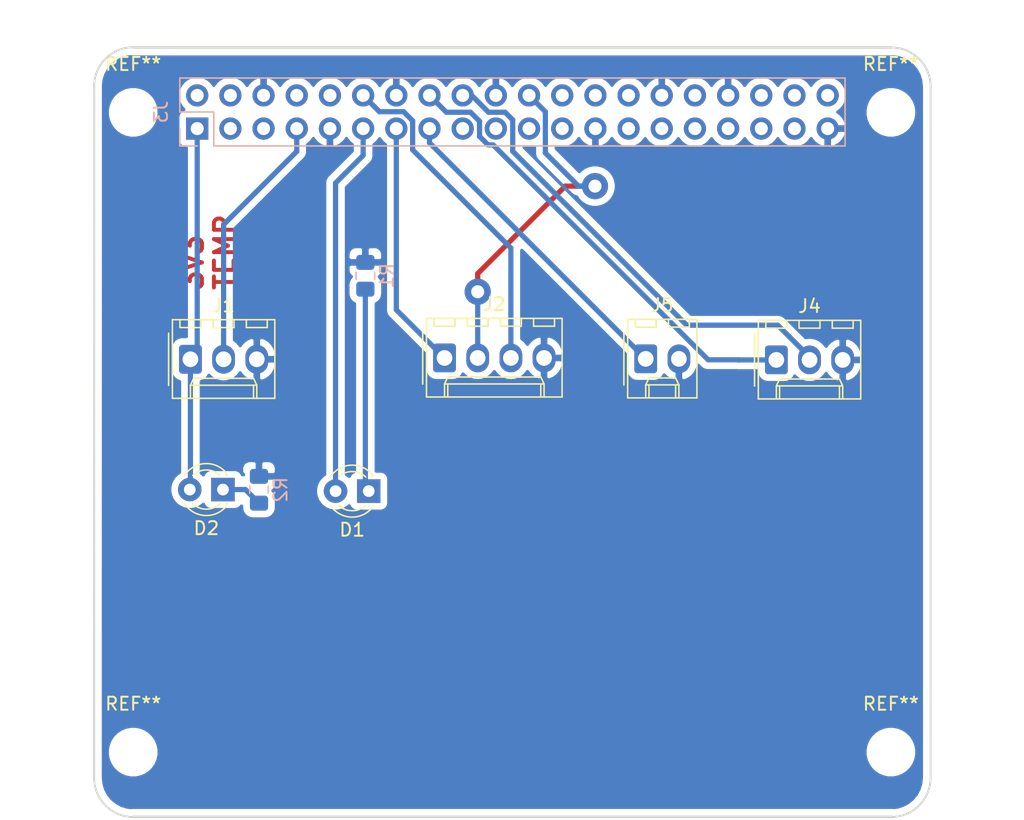
<source format=kicad_pcb>
(kicad_pcb (version 20171130) (host pcbnew "(5.0.2)-1")

  (general
    (thickness 1.6)
    (drawings 13)
    (tracks 56)
    (zones 0)
    (modules 13)
    (nets 36)
  )

  (page A4)
  (title_block
    (title "MyTea - RaspberryPI Hat")
    (date 2020-03-16)
    (rev 1.0)
    (company "Real Time Embedded Programming 5 2019/20")
    (comment 1 "Drawn by Boris Yanchev")
  )

  (layers
    (0 F.Cu signal)
    (31 B.Cu signal)
    (32 B.Adhes user)
    (33 F.Adhes user)
    (34 B.Paste user)
    (35 F.Paste user)
    (36 B.SilkS user)
    (37 F.SilkS user)
    (38 B.Mask user)
    (39 F.Mask user)
    (40 Dwgs.User user)
    (41 Cmts.User user)
    (42 Eco1.User user)
    (43 Eco2.User user)
    (44 Edge.Cuts user)
    (45 Margin user)
    (46 B.CrtYd user)
    (47 F.CrtYd user)
    (48 B.Fab user)
    (49 F.Fab user)
  )

  (setup
    (last_trace_width 0.4)
    (trace_clearance 0.2)
    (zone_clearance 0.508)
    (zone_45_only no)
    (trace_min 0.2)
    (segment_width 0.2)
    (edge_width 0.15)
    (via_size 2)
    (via_drill 1)
    (via_min_size 0.4)
    (via_min_drill 0.3)
    (uvia_size 2)
    (uvia_drill 1)
    (uvias_allowed no)
    (uvia_min_size 0.2)
    (uvia_min_drill 0.1)
    (pcb_text_width 0.3)
    (pcb_text_size 1.5 1.5)
    (mod_edge_width 0.15)
    (mod_text_size 1 1)
    (mod_text_width 0.15)
    (pad_size 1.524 1.524)
    (pad_drill 0.762)
    (pad_to_mask_clearance 0.051)
    (solder_mask_min_width 0.25)
    (aux_axis_origin 0 0)
    (grid_origin 71.628 52.07)
    (visible_elements 7FFFFFFF)
    (pcbplotparams
      (layerselection 0x010fc_ffffffff)
      (usegerberextensions false)
      (usegerberattributes false)
      (usegerberadvancedattributes false)
      (creategerberjobfile false)
      (excludeedgelayer true)
      (linewidth 2.000000)
      (plotframeref false)
      (viasonmask false)
      (mode 1)
      (useauxorigin false)
      (hpglpennumber 1)
      (hpglpenspeed 20)
      (hpglpendiameter 15.000000)
      (psnegative false)
      (psa4output false)
      (plotreference true)
      (plotvalue true)
      (plotinvisibletext false)
      (padsonsilk false)
      (subtractmaskfromsilk false)
      (outputformat 1)
      (mirror false)
      (drillshape 1)
      (scaleselection 1)
      (outputdirectory ""))
  )

  (net 0 "")
  (net 1 3V3)
  (net 2 GND)
  (net 3 ENABLE)
  (net 4 DIR)
  (net 5 STEP)
  (net 6 5V)
  (net 7 "Net-(J3-Pad3)")
  (net 8 "Net-(J3-Pad5)")
  (net 9 "Net-(J3-Pad8)")
  (net 10 "Net-(J3-Pad10)")
  (net 11 "Net-(J3-Pad17)")
  (net 12 "Net-(J3-Pad19)")
  (net 13 "Net-(J3-Pad21)")
  (net 14 "Net-(J3-Pad23)")
  (net 15 "Net-(J3-Pad24)")
  (net 16 "Net-(J3-Pad26)")
  (net 17 "Net-(J3-Pad27)")
  (net 18 "Net-(J3-Pad28)")
  (net 19 "Net-(J3-Pad29)")
  (net 20 "Net-(J3-Pad31)")
  (net 21 "Net-(J3-Pad32)")
  (net 22 "Net-(J3-Pad33)")
  (net 23 "Net-(J3-Pad35)")
  (net 24 "Net-(J3-Pad36)")
  (net 25 "Net-(J3-Pad37)")
  (net 26 "Net-(J3-Pad38)")
  (net 27 "Net-(J3-Pad40)")
  (net 28 TEMP_SENSE)
  (net 29 STATUS_LED)
  (net 30 RELAY)
  (net 31 VALVE1)
  (net 32 VALVE2)
  (net 33 "Net-(D1-Pad1)")
  (net 34 "Net-(D2-Pad1)")
  (net 35 "Net-(J3-Pad4)")

  (net_class Default "Това е клас на веригите при отсъствие."
    (clearance 0.2)
    (trace_width 0.4)
    (via_dia 2)
    (via_drill 1)
    (uvia_dia 2)
    (uvia_drill 1)
    (add_net 3V3)
    (add_net 5V)
    (add_net DIR)
    (add_net ENABLE)
    (add_net GND)
    (add_net "Net-(D1-Pad1)")
    (add_net "Net-(D2-Pad1)")
    (add_net "Net-(J3-Pad10)")
    (add_net "Net-(J3-Pad17)")
    (add_net "Net-(J3-Pad19)")
    (add_net "Net-(J3-Pad21)")
    (add_net "Net-(J3-Pad23)")
    (add_net "Net-(J3-Pad24)")
    (add_net "Net-(J3-Pad26)")
    (add_net "Net-(J3-Pad27)")
    (add_net "Net-(J3-Pad28)")
    (add_net "Net-(J3-Pad29)")
    (add_net "Net-(J3-Pad3)")
    (add_net "Net-(J3-Pad31)")
    (add_net "Net-(J3-Pad32)")
    (add_net "Net-(J3-Pad33)")
    (add_net "Net-(J3-Pad35)")
    (add_net "Net-(J3-Pad36)")
    (add_net "Net-(J3-Pad37)")
    (add_net "Net-(J3-Pad38)")
    (add_net "Net-(J3-Pad4)")
    (add_net "Net-(J3-Pad40)")
    (add_net "Net-(J3-Pad5)")
    (add_net "Net-(J3-Pad8)")
    (add_net RELAY)
    (add_net STATUS_LED)
    (add_net STEP)
    (add_net TEMP_SENSE)
    (add_net VALVE1)
    (add_net VALVE2)
  )

  (module LED_THT:LED_D3.0mm (layer F.Cu) (tedit 587A3A7B) (tstamp 5E7B2727)
    (at 89.658 81.08 180)
    (descr "LED, diameter 3.0mm, 2 pins")
    (tags "LED diameter 3.0mm 2 pins")
    (path /5E704DEE)
    (fp_text reference D1 (at 1.27 -2.96 180) (layer F.SilkS)
      (effects (font (size 1 1) (thickness 0.15)))
    )
    (fp_text value LED (at 1.27 2.96 180) (layer F.Fab)
      (effects (font (size 1 1) (thickness 0.15)))
    )
    (fp_arc (start 1.27 0) (end -0.23 -1.16619) (angle 284.3) (layer F.Fab) (width 0.1))
    (fp_arc (start 1.27 0) (end -0.29 -1.235516) (angle 108.8) (layer F.SilkS) (width 0.12))
    (fp_arc (start 1.27 0) (end -0.29 1.235516) (angle -108.8) (layer F.SilkS) (width 0.12))
    (fp_arc (start 1.27 0) (end 0.229039 -1.08) (angle 87.9) (layer F.SilkS) (width 0.12))
    (fp_arc (start 1.27 0) (end 0.229039 1.08) (angle -87.9) (layer F.SilkS) (width 0.12))
    (fp_circle (center 1.27 0) (end 2.77 0) (layer F.Fab) (width 0.1))
    (fp_line (start -0.23 -1.16619) (end -0.23 1.16619) (layer F.Fab) (width 0.1))
    (fp_line (start -0.29 -1.236) (end -0.29 -1.08) (layer F.SilkS) (width 0.12))
    (fp_line (start -0.29 1.08) (end -0.29 1.236) (layer F.SilkS) (width 0.12))
    (fp_line (start -1.15 -2.25) (end -1.15 2.25) (layer F.CrtYd) (width 0.05))
    (fp_line (start -1.15 2.25) (end 3.7 2.25) (layer F.CrtYd) (width 0.05))
    (fp_line (start 3.7 2.25) (end 3.7 -2.25) (layer F.CrtYd) (width 0.05))
    (fp_line (start 3.7 -2.25) (end -1.15 -2.25) (layer F.CrtYd) (width 0.05))
    (pad 1 thru_hole rect (at 0 0 180) (size 1.8 1.8) (drill 0.9) (layers *.Cu *.Mask)
      (net 33 "Net-(D1-Pad1)"))
    (pad 2 thru_hole circle (at 2.54 0 180) (size 1.8 1.8) (drill 0.9) (layers *.Cu *.Mask)
      (net 29 STATUS_LED))
    (model ${KISYS3DMOD}/LED_THT.3dshapes/LED_D3.0mm.wrl
      (at (xyz 0 0 0))
      (scale (xyz 1 1 1))
      (rotate (xyz 0 0 0))
    )
  )

  (module Resistor_SMD:R_0805_2012Metric_Pad1.15x1.40mm_HandSolder (layer B.Cu) (tedit 5B36C52B) (tstamp 5E7B274B)
    (at 81.258 80.975 90)
    (descr "Resistor SMD 0805 (2012 Metric), square (rectangular) end terminal, IPC_7351 nominal with elongated pad for handsoldering. (Body size source: https://docs.google.com/spreadsheets/d/1BsfQQcO9C6DZCsRaXUlFlo91Tg2WpOkGARC1WS5S8t0/edit?usp=sharing), generated with kicad-footprint-generator")
    (tags "resistor handsolder")
    (path /5E706E4D)
    (attr smd)
    (fp_text reference R2 (at 0 1.65 90) (layer B.SilkS)
      (effects (font (size 1 1) (thickness 0.15)) (justify mirror))
    )
    (fp_text value R (at 0 -1.65 90) (layer B.Fab)
      (effects (font (size 1 1) (thickness 0.15)) (justify mirror))
    )
    (fp_line (start -1 -0.6) (end -1 0.6) (layer B.Fab) (width 0.1))
    (fp_line (start -1 0.6) (end 1 0.6) (layer B.Fab) (width 0.1))
    (fp_line (start 1 0.6) (end 1 -0.6) (layer B.Fab) (width 0.1))
    (fp_line (start 1 -0.6) (end -1 -0.6) (layer B.Fab) (width 0.1))
    (fp_line (start -0.261252 0.71) (end 0.261252 0.71) (layer B.SilkS) (width 0.12))
    (fp_line (start -0.261252 -0.71) (end 0.261252 -0.71) (layer B.SilkS) (width 0.12))
    (fp_line (start -1.85 -0.95) (end -1.85 0.95) (layer B.CrtYd) (width 0.05))
    (fp_line (start -1.85 0.95) (end 1.85 0.95) (layer B.CrtYd) (width 0.05))
    (fp_line (start 1.85 0.95) (end 1.85 -0.95) (layer B.CrtYd) (width 0.05))
    (fp_line (start 1.85 -0.95) (end -1.85 -0.95) (layer B.CrtYd) (width 0.05))
    (fp_text user %R (at 0 0 90) (layer B.Fab)
      (effects (font (size 0.5 0.5) (thickness 0.08)) (justify mirror))
    )
    (pad 1 smd roundrect (at -1.025 0 90) (size 1.15 1.4) (layers B.Cu B.Paste B.Mask) (roundrect_rratio 0.217391)
      (net 34 "Net-(D2-Pad1)"))
    (pad 2 smd roundrect (at 1.025 0 90) (size 1.15 1.4) (layers B.Cu B.Paste B.Mask) (roundrect_rratio 0.217391)
      (net 2 GND))
    (model ${KISYS3DMOD}/Resistor_SMD.3dshapes/R_0805_2012Metric.wrl
      (at (xyz 0 0 0))
      (scale (xyz 1 1 1))
      (rotate (xyz 0 0 0))
    )
  )

  (module LED_THT:LED_D3.0mm (layer F.Cu) (tedit 587A3A7B) (tstamp 5E7B273A)
    (at 78.498 80.96 180)
    (descr "LED, diameter 3.0mm, 2 pins")
    (tags "LED diameter 3.0mm 2 pins")
    (path /5E706E21)
    (fp_text reference D2 (at 1.27 -2.96 180) (layer F.SilkS)
      (effects (font (size 1 1) (thickness 0.15)))
    )
    (fp_text value LED (at 1.27 2.96 180) (layer F.Fab)
      (effects (font (size 1 1) (thickness 0.15)))
    )
    (fp_line (start 3.7 -2.25) (end -1.15 -2.25) (layer F.CrtYd) (width 0.05))
    (fp_line (start 3.7 2.25) (end 3.7 -2.25) (layer F.CrtYd) (width 0.05))
    (fp_line (start -1.15 2.25) (end 3.7 2.25) (layer F.CrtYd) (width 0.05))
    (fp_line (start -1.15 -2.25) (end -1.15 2.25) (layer F.CrtYd) (width 0.05))
    (fp_line (start -0.29 1.08) (end -0.29 1.236) (layer F.SilkS) (width 0.12))
    (fp_line (start -0.29 -1.236) (end -0.29 -1.08) (layer F.SilkS) (width 0.12))
    (fp_line (start -0.23 -1.16619) (end -0.23 1.16619) (layer F.Fab) (width 0.1))
    (fp_circle (center 1.27 0) (end 2.77 0) (layer F.Fab) (width 0.1))
    (fp_arc (start 1.27 0) (end 0.229039 1.08) (angle -87.9) (layer F.SilkS) (width 0.12))
    (fp_arc (start 1.27 0) (end 0.229039 -1.08) (angle 87.9) (layer F.SilkS) (width 0.12))
    (fp_arc (start 1.27 0) (end -0.29 1.235516) (angle -108.8) (layer F.SilkS) (width 0.12))
    (fp_arc (start 1.27 0) (end -0.29 -1.235516) (angle 108.8) (layer F.SilkS) (width 0.12))
    (fp_arc (start 1.27 0) (end -0.23 -1.16619) (angle 284.3) (layer F.Fab) (width 0.1))
    (pad 2 thru_hole circle (at 2.54 0 180) (size 1.8 1.8) (drill 0.9) (layers *.Cu *.Mask)
      (net 1 3V3))
    (pad 1 thru_hole rect (at 0 0 180) (size 1.8 1.8) (drill 0.9) (layers *.Cu *.Mask)
      (net 34 "Net-(D2-Pad1)"))
    (model ${KISYS3DMOD}/LED_THT.3dshapes/LED_D3.0mm.wrl
      (at (xyz 0 0 0))
      (scale (xyz 1 1 1))
      (rotate (xyz 0 0 0))
    )
  )

  (module MountingHole:MountingHole_2.7mm_M2.5 (layer F.Cu) (tedit 56D1B4CB) (tstamp 5E86B89C)
    (at 129.628 101.07)
    (descr "Mounting Hole 2.7mm, no annular, M2.5")
    (tags "mounting hole 2.7mm no annular m2.5")
    (attr virtual)
    (fp_text reference REF** (at 0 -3.7) (layer F.SilkS)
      (effects (font (size 1 1) (thickness 0.15)))
    )
    (fp_text value MountingHole_2.7mm_M2.5 (at 0 3.7) (layer F.Fab)
      (effects (font (size 1 1) (thickness 0.15)))
    )
    (fp_text user %R (at 0.3 0) (layer F.Fab)
      (effects (font (size 1 1) (thickness 0.15)))
    )
    (fp_circle (center 0 0) (end 2.7 0) (layer Cmts.User) (width 0.15))
    (fp_circle (center 0 0) (end 2.95 0) (layer F.CrtYd) (width 0.05))
    (pad 1 np_thru_hole circle (at 0 0) (size 2.7 2.7) (drill 2.7) (layers *.Cu *.Mask))
  )

  (module MountingHole:MountingHole_2.7mm_M2.5 (layer F.Cu) (tedit 56D1B4CB) (tstamp 5E86B88E)
    (at 71.628 101.07)
    (descr "Mounting Hole 2.7mm, no annular, M2.5")
    (tags "mounting hole 2.7mm no annular m2.5")
    (attr virtual)
    (fp_text reference REF** (at 0 -3.7) (layer F.SilkS)
      (effects (font (size 1 1) (thickness 0.15)))
    )
    (fp_text value MountingHole_2.7mm_M2.5 (at 0 3.7) (layer F.Fab)
      (effects (font (size 1 1) (thickness 0.15)))
    )
    (fp_circle (center 0 0) (end 2.95 0) (layer F.CrtYd) (width 0.05))
    (fp_circle (center 0 0) (end 2.7 0) (layer Cmts.User) (width 0.15))
    (fp_text user %R (at 0.3 0) (layer F.Fab)
      (effects (font (size 1 1) (thickness 0.15)))
    )
    (pad 1 np_thru_hole circle (at 0 0) (size 2.7 2.7) (drill 2.7) (layers *.Cu *.Mask))
  )

  (module MountingHole:MountingHole_2.7mm_M2.5 (layer F.Cu) (tedit 56D1B4CB) (tstamp 5E86B858)
    (at 129.628 52.07)
    (descr "Mounting Hole 2.7mm, no annular, M2.5")
    (tags "mounting hole 2.7mm no annular m2.5")
    (attr virtual)
    (fp_text reference REF** (at 0 -3.7) (layer F.SilkS)
      (effects (font (size 1 1) (thickness 0.15)))
    )
    (fp_text value MountingHole_2.7mm_M2.5 (at 0 3.7) (layer F.Fab)
      (effects (font (size 1 1) (thickness 0.15)))
    )
    (fp_text user %R (at 0.3 0) (layer F.Fab)
      (effects (font (size 1 1) (thickness 0.15)))
    )
    (fp_circle (center 0 0) (end 2.7 0) (layer Cmts.User) (width 0.15))
    (fp_circle (center 0 0) (end 2.95 0) (layer F.CrtYd) (width 0.05))
    (pad 1 np_thru_hole circle (at 0 0) (size 2.7 2.7) (drill 2.7) (layers *.Cu *.Mask))
  )

  (module Connector_Molex:Molex_KK-254_AE-6410-03A_1x03_P2.54mm_Vertical (layer F.Cu) (tedit 5B78013E) (tstamp 5E7A75D2)
    (at 76.008 70.98)
    (descr "Molex KK-254 Interconnect System, old/engineering part number: AE-6410-03A example for new part number: 22-27-2031, 3 Pins (http://www.molex.com/pdm_docs/sd/022272021_sd.pdf), generated with kicad-footprint-generator")
    (tags "connector Molex KK-254 side entry")
    (path /5E6CB275)
    (fp_text reference J1 (at 2.54 -4.12) (layer F.SilkS)
      (effects (font (size 1 1) (thickness 0.15)))
    )
    (fp_text value Conn_01x03 (at 2.54 4.08) (layer F.Fab)
      (effects (font (size 1 1) (thickness 0.15)))
    )
    (fp_line (start -1.27 -2.92) (end -1.27 2.88) (layer F.Fab) (width 0.1))
    (fp_line (start -1.27 2.88) (end 6.35 2.88) (layer F.Fab) (width 0.1))
    (fp_line (start 6.35 2.88) (end 6.35 -2.92) (layer F.Fab) (width 0.1))
    (fp_line (start 6.35 -2.92) (end -1.27 -2.92) (layer F.Fab) (width 0.1))
    (fp_line (start -1.38 -3.03) (end -1.38 2.99) (layer F.SilkS) (width 0.12))
    (fp_line (start -1.38 2.99) (end 6.46 2.99) (layer F.SilkS) (width 0.12))
    (fp_line (start 6.46 2.99) (end 6.46 -3.03) (layer F.SilkS) (width 0.12))
    (fp_line (start 6.46 -3.03) (end -1.38 -3.03) (layer F.SilkS) (width 0.12))
    (fp_line (start -1.67 -2) (end -1.67 2) (layer F.SilkS) (width 0.12))
    (fp_line (start -1.27 -0.5) (end -0.562893 0) (layer F.Fab) (width 0.1))
    (fp_line (start -0.562893 0) (end -1.27 0.5) (layer F.Fab) (width 0.1))
    (fp_line (start 0 2.99) (end 0 1.99) (layer F.SilkS) (width 0.12))
    (fp_line (start 0 1.99) (end 5.08 1.99) (layer F.SilkS) (width 0.12))
    (fp_line (start 5.08 1.99) (end 5.08 2.99) (layer F.SilkS) (width 0.12))
    (fp_line (start 0 1.99) (end 0.25 1.46) (layer F.SilkS) (width 0.12))
    (fp_line (start 0.25 1.46) (end 4.83 1.46) (layer F.SilkS) (width 0.12))
    (fp_line (start 4.83 1.46) (end 5.08 1.99) (layer F.SilkS) (width 0.12))
    (fp_line (start 0.25 2.99) (end 0.25 1.99) (layer F.SilkS) (width 0.12))
    (fp_line (start 4.83 2.99) (end 4.83 1.99) (layer F.SilkS) (width 0.12))
    (fp_line (start -0.8 -3.03) (end -0.8 -2.43) (layer F.SilkS) (width 0.12))
    (fp_line (start -0.8 -2.43) (end 0.8 -2.43) (layer F.SilkS) (width 0.12))
    (fp_line (start 0.8 -2.43) (end 0.8 -3.03) (layer F.SilkS) (width 0.12))
    (fp_line (start 1.74 -3.03) (end 1.74 -2.43) (layer F.SilkS) (width 0.12))
    (fp_line (start 1.74 -2.43) (end 3.34 -2.43) (layer F.SilkS) (width 0.12))
    (fp_line (start 3.34 -2.43) (end 3.34 -3.03) (layer F.SilkS) (width 0.12))
    (fp_line (start 4.28 -3.03) (end 4.28 -2.43) (layer F.SilkS) (width 0.12))
    (fp_line (start 4.28 -2.43) (end 5.88 -2.43) (layer F.SilkS) (width 0.12))
    (fp_line (start 5.88 -2.43) (end 5.88 -3.03) (layer F.SilkS) (width 0.12))
    (fp_line (start -1.77 -3.42) (end -1.77 3.38) (layer F.CrtYd) (width 0.05))
    (fp_line (start -1.77 3.38) (end 6.85 3.38) (layer F.CrtYd) (width 0.05))
    (fp_line (start 6.85 3.38) (end 6.85 -3.42) (layer F.CrtYd) (width 0.05))
    (fp_line (start 6.85 -3.42) (end -1.77 -3.42) (layer F.CrtYd) (width 0.05))
    (fp_text user %R (at 2.54 -2.22) (layer F.Fab)
      (effects (font (size 1 1) (thickness 0.15)))
    )
    (pad 1 thru_hole roundrect (at 0 0) (size 1.74 2.2) (drill 1.2) (layers *.Cu *.Mask) (roundrect_rratio 0.143678)
      (net 1 3V3))
    (pad 2 thru_hole oval (at 2.54 0) (size 1.74 2.2) (drill 1.2) (layers *.Cu *.Mask)
      (net 28 TEMP_SENSE))
    (pad 3 thru_hole oval (at 5.08 0) (size 1.74 2.2) (drill 1.2) (layers *.Cu *.Mask)
      (net 2 GND))
    (model ${KISYS3DMOD}/Connector_Molex.3dshapes/Molex_KK-254_AE-6410-03A_1x03_P2.54mm_Vertical.wrl
      (at (xyz 0 0 0))
      (scale (xyz 1 1 1))
      (rotate (xyz 0 0 0))
    )
  )

  (module Connector_Molex:Molex_KK-254_AE-6410-04A_1x04_P2.54mm_Vertical (layer F.Cu) (tedit 5B78013E) (tstamp 5E7A75FE)
    (at 95.458 70.88)
    (descr "Molex KK-254 Interconnect System, old/engineering part number: AE-6410-04A example for new part number: 22-27-2041, 4 Pins (http://www.molex.com/pdm_docs/sd/022272021_sd.pdf), generated with kicad-footprint-generator")
    (tags "connector Molex KK-254 side entry")
    (path /5E6CD446)
    (fp_text reference J2 (at 3.81 -4.12) (layer F.SilkS)
      (effects (font (size 1 1) (thickness 0.15)))
    )
    (fp_text value Conn_01x04 (at 3.81 4.08) (layer F.Fab)
      (effects (font (size 1 1) (thickness 0.15)))
    )
    (fp_line (start -1.27 -2.92) (end -1.27 2.88) (layer F.Fab) (width 0.1))
    (fp_line (start -1.27 2.88) (end 8.89 2.88) (layer F.Fab) (width 0.1))
    (fp_line (start 8.89 2.88) (end 8.89 -2.92) (layer F.Fab) (width 0.1))
    (fp_line (start 8.89 -2.92) (end -1.27 -2.92) (layer F.Fab) (width 0.1))
    (fp_line (start -1.38 -3.03) (end -1.38 2.99) (layer F.SilkS) (width 0.12))
    (fp_line (start -1.38 2.99) (end 9 2.99) (layer F.SilkS) (width 0.12))
    (fp_line (start 9 2.99) (end 9 -3.03) (layer F.SilkS) (width 0.12))
    (fp_line (start 9 -3.03) (end -1.38 -3.03) (layer F.SilkS) (width 0.12))
    (fp_line (start -1.67 -2) (end -1.67 2) (layer F.SilkS) (width 0.12))
    (fp_line (start -1.27 -0.5) (end -0.562893 0) (layer F.Fab) (width 0.1))
    (fp_line (start -0.562893 0) (end -1.27 0.5) (layer F.Fab) (width 0.1))
    (fp_line (start 0 2.99) (end 0 1.99) (layer F.SilkS) (width 0.12))
    (fp_line (start 0 1.99) (end 7.62 1.99) (layer F.SilkS) (width 0.12))
    (fp_line (start 7.62 1.99) (end 7.62 2.99) (layer F.SilkS) (width 0.12))
    (fp_line (start 0 1.99) (end 0.25 1.46) (layer F.SilkS) (width 0.12))
    (fp_line (start 0.25 1.46) (end 7.37 1.46) (layer F.SilkS) (width 0.12))
    (fp_line (start 7.37 1.46) (end 7.62 1.99) (layer F.SilkS) (width 0.12))
    (fp_line (start 0.25 2.99) (end 0.25 1.99) (layer F.SilkS) (width 0.12))
    (fp_line (start 7.37 2.99) (end 7.37 1.99) (layer F.SilkS) (width 0.12))
    (fp_line (start -0.8 -3.03) (end -0.8 -2.43) (layer F.SilkS) (width 0.12))
    (fp_line (start -0.8 -2.43) (end 0.8 -2.43) (layer F.SilkS) (width 0.12))
    (fp_line (start 0.8 -2.43) (end 0.8 -3.03) (layer F.SilkS) (width 0.12))
    (fp_line (start 1.74 -3.03) (end 1.74 -2.43) (layer F.SilkS) (width 0.12))
    (fp_line (start 1.74 -2.43) (end 3.34 -2.43) (layer F.SilkS) (width 0.12))
    (fp_line (start 3.34 -2.43) (end 3.34 -3.03) (layer F.SilkS) (width 0.12))
    (fp_line (start 4.28 -3.03) (end 4.28 -2.43) (layer F.SilkS) (width 0.12))
    (fp_line (start 4.28 -2.43) (end 5.88 -2.43) (layer F.SilkS) (width 0.12))
    (fp_line (start 5.88 -2.43) (end 5.88 -3.03) (layer F.SilkS) (width 0.12))
    (fp_line (start 6.82 -3.03) (end 6.82 -2.43) (layer F.SilkS) (width 0.12))
    (fp_line (start 6.82 -2.43) (end 8.42 -2.43) (layer F.SilkS) (width 0.12))
    (fp_line (start 8.42 -2.43) (end 8.42 -3.03) (layer F.SilkS) (width 0.12))
    (fp_line (start -1.77 -3.42) (end -1.77 3.38) (layer F.CrtYd) (width 0.05))
    (fp_line (start -1.77 3.38) (end 9.39 3.38) (layer F.CrtYd) (width 0.05))
    (fp_line (start 9.39 3.38) (end 9.39 -3.42) (layer F.CrtYd) (width 0.05))
    (fp_line (start 9.39 -3.42) (end -1.77 -3.42) (layer F.CrtYd) (width 0.05))
    (fp_text user %R (at 3.81 -2.22) (layer F.Fab)
      (effects (font (size 1 1) (thickness 0.15)))
    )
    (pad 1 thru_hole roundrect (at 0 0) (size 1.74 2.2) (drill 1.2) (layers *.Cu *.Mask) (roundrect_rratio 0.143678)
      (net 3 ENABLE))
    (pad 2 thru_hole oval (at 2.54 0) (size 1.74 2.2) (drill 1.2) (layers *.Cu *.Mask)
      (net 4 DIR))
    (pad 3 thru_hole oval (at 5.08 0) (size 1.74 2.2) (drill 1.2) (layers *.Cu *.Mask)
      (net 5 STEP))
    (pad 4 thru_hole oval (at 7.62 0) (size 1.74 2.2) (drill 1.2) (layers *.Cu *.Mask)
      (net 2 GND))
    (model ${KISYS3DMOD}/Connector_Molex.3dshapes/Molex_KK-254_AE-6410-04A_1x04_P2.54mm_Vertical.wrl
      (at (xyz 0 0 0))
      (scale (xyz 1 1 1))
      (rotate (xyz 0 0 0))
    )
  )

  (module Connector_PinSocket_2.54mm:PinSocket_2x20_P2.54mm_Vertical (layer B.Cu) (tedit 5A19A433) (tstamp 5E7A763C)
    (at 76.528 53.31 270)
    (descr "Through hole straight socket strip, 2x20, 2.54mm pitch, double cols (from Kicad 4.0.7), script generated")
    (tags "Through hole socket strip THT 2x20 2.54mm double row")
    (path /5E6CB144)
    (fp_text reference J3 (at -1.27 2.77 270) (layer B.SilkS)
      (effects (font (size 1 1) (thickness 0.15)) (justify mirror))
    )
    (fp_text value Conn_02x20_Odd_Even (at -1.27 -51.03 270) (layer B.Fab)
      (effects (font (size 1 1) (thickness 0.15)) (justify mirror))
    )
    (fp_line (start -3.81 1.27) (end 0.27 1.27) (layer B.Fab) (width 0.1))
    (fp_line (start 0.27 1.27) (end 1.27 0.27) (layer B.Fab) (width 0.1))
    (fp_line (start 1.27 0.27) (end 1.27 -49.53) (layer B.Fab) (width 0.1))
    (fp_line (start 1.27 -49.53) (end -3.81 -49.53) (layer B.Fab) (width 0.1))
    (fp_line (start -3.81 -49.53) (end -3.81 1.27) (layer B.Fab) (width 0.1))
    (fp_line (start -3.87 1.33) (end -1.27 1.33) (layer B.SilkS) (width 0.12))
    (fp_line (start -3.87 1.33) (end -3.87 -49.59) (layer B.SilkS) (width 0.12))
    (fp_line (start -3.87 -49.59) (end 1.33 -49.59) (layer B.SilkS) (width 0.12))
    (fp_line (start 1.33 -1.27) (end 1.33 -49.59) (layer B.SilkS) (width 0.12))
    (fp_line (start -1.27 -1.27) (end 1.33 -1.27) (layer B.SilkS) (width 0.12))
    (fp_line (start -1.27 1.33) (end -1.27 -1.27) (layer B.SilkS) (width 0.12))
    (fp_line (start 1.33 1.33) (end 1.33 0) (layer B.SilkS) (width 0.12))
    (fp_line (start 0 1.33) (end 1.33 1.33) (layer B.SilkS) (width 0.12))
    (fp_line (start -4.34 1.8) (end 1.76 1.8) (layer B.CrtYd) (width 0.05))
    (fp_line (start 1.76 1.8) (end 1.76 -50) (layer B.CrtYd) (width 0.05))
    (fp_line (start 1.76 -50) (end -4.34 -50) (layer B.CrtYd) (width 0.05))
    (fp_line (start -4.34 -50) (end -4.34 1.8) (layer B.CrtYd) (width 0.05))
    (fp_text user %R (at -1.27 -24.13 180) (layer B.Fab)
      (effects (font (size 1 1) (thickness 0.15)) (justify mirror))
    )
    (pad 1 thru_hole rect (at 0 0 270) (size 1.7 1.7) (drill 1) (layers *.Cu *.Mask)
      (net 1 3V3))
    (pad 2 thru_hole oval (at -2.54 0 270) (size 1.7 1.7) (drill 1) (layers *.Cu *.Mask)
      (net 6 5V))
    (pad 3 thru_hole oval (at 0 -2.54 270) (size 1.7 1.7) (drill 1) (layers *.Cu *.Mask)
      (net 7 "Net-(J3-Pad3)"))
    (pad 4 thru_hole oval (at -2.54 -2.54 270) (size 1.7 1.7) (drill 1) (layers *.Cu *.Mask)
      (net 35 "Net-(J3-Pad4)"))
    (pad 5 thru_hole oval (at 0 -5.08 270) (size 1.7 1.7) (drill 1) (layers *.Cu *.Mask)
      (net 8 "Net-(J3-Pad5)"))
    (pad 6 thru_hole oval (at -2.54 -5.08 270) (size 1.7 1.7) (drill 1) (layers *.Cu *.Mask)
      (net 2 GND))
    (pad 7 thru_hole oval (at 0 -7.62 270) (size 1.7 1.7) (drill 1) (layers *.Cu *.Mask)
      (net 28 TEMP_SENSE))
    (pad 8 thru_hole oval (at -2.54 -7.62 270) (size 1.7 1.7) (drill 1) (layers *.Cu *.Mask)
      (net 9 "Net-(J3-Pad8)"))
    (pad 9 thru_hole oval (at 0 -10.16 270) (size 1.7 1.7) (drill 1) (layers *.Cu *.Mask)
      (net 2 GND))
    (pad 10 thru_hole oval (at -2.54 -10.16 270) (size 1.7 1.7) (drill 1) (layers *.Cu *.Mask)
      (net 10 "Net-(J3-Pad10)"))
    (pad 11 thru_hole oval (at 0 -12.7 270) (size 1.7 1.7) (drill 1) (layers *.Cu *.Mask)
      (net 29 STATUS_LED))
    (pad 12 thru_hole oval (at -2.54 -12.7 270) (size 1.7 1.7) (drill 1) (layers *.Cu *.Mask)
      (net 5 STEP))
    (pad 13 thru_hole oval (at 0 -15.24 270) (size 1.7 1.7) (drill 1) (layers *.Cu *.Mask)
      (net 3 ENABLE))
    (pad 14 thru_hole oval (at -2.54 -15.24 270) (size 1.7 1.7) (drill 1) (layers *.Cu *.Mask)
      (net 2 GND))
    (pad 15 thru_hole oval (at 0 -17.78 270) (size 1.7 1.7) (drill 1) (layers *.Cu *.Mask)
      (net 30 RELAY))
    (pad 16 thru_hole oval (at -2.54 -17.78 270) (size 1.7 1.7) (drill 1) (layers *.Cu *.Mask)
      (net 31 VALVE1))
    (pad 17 thru_hole oval (at 0 -20.32 270) (size 1.7 1.7) (drill 1) (layers *.Cu *.Mask)
      (net 11 "Net-(J3-Pad17)"))
    (pad 18 thru_hole oval (at -2.54 -20.32 270) (size 1.7 1.7) (drill 1) (layers *.Cu *.Mask)
      (net 32 VALVE2))
    (pad 19 thru_hole oval (at 0 -22.86 270) (size 1.7 1.7) (drill 1) (layers *.Cu *.Mask)
      (net 12 "Net-(J3-Pad19)"))
    (pad 20 thru_hole oval (at -2.54 -22.86 270) (size 1.7 1.7) (drill 1) (layers *.Cu *.Mask)
      (net 2 GND))
    (pad 21 thru_hole oval (at 0 -25.4 270) (size 1.7 1.7) (drill 1) (layers *.Cu *.Mask)
      (net 13 "Net-(J3-Pad21)"))
    (pad 22 thru_hole oval (at -2.54 -25.4 270) (size 1.7 1.7) (drill 1) (layers *.Cu *.Mask)
      (net 4 DIR))
    (pad 23 thru_hole oval (at 0 -27.94 270) (size 1.7 1.7) (drill 1) (layers *.Cu *.Mask)
      (net 14 "Net-(J3-Pad23)"))
    (pad 24 thru_hole oval (at -2.54 -27.94 270) (size 1.7 1.7) (drill 1) (layers *.Cu *.Mask)
      (net 15 "Net-(J3-Pad24)"))
    (pad 25 thru_hole oval (at 0 -30.48 270) (size 1.7 1.7) (drill 1) (layers *.Cu *.Mask)
      (net 2 GND))
    (pad 26 thru_hole oval (at -2.54 -30.48 270) (size 1.7 1.7) (drill 1) (layers *.Cu *.Mask)
      (net 16 "Net-(J3-Pad26)"))
    (pad 27 thru_hole oval (at 0 -33.02 270) (size 1.7 1.7) (drill 1) (layers *.Cu *.Mask)
      (net 17 "Net-(J3-Pad27)"))
    (pad 28 thru_hole oval (at -2.54 -33.02 270) (size 1.7 1.7) (drill 1) (layers *.Cu *.Mask)
      (net 18 "Net-(J3-Pad28)"))
    (pad 29 thru_hole oval (at 0 -35.56 270) (size 1.7 1.7) (drill 1) (layers *.Cu *.Mask)
      (net 19 "Net-(J3-Pad29)"))
    (pad 30 thru_hole oval (at -2.54 -35.56 270) (size 1.7 1.7) (drill 1) (layers *.Cu *.Mask)
      (net 2 GND))
    (pad 31 thru_hole oval (at 0 -38.1 270) (size 1.7 1.7) (drill 1) (layers *.Cu *.Mask)
      (net 20 "Net-(J3-Pad31)"))
    (pad 32 thru_hole oval (at -2.54 -38.1 270) (size 1.7 1.7) (drill 1) (layers *.Cu *.Mask)
      (net 21 "Net-(J3-Pad32)"))
    (pad 33 thru_hole oval (at 0 -40.64 270) (size 1.7 1.7) (drill 1) (layers *.Cu *.Mask)
      (net 22 "Net-(J3-Pad33)"))
    (pad 34 thru_hole oval (at -2.54 -40.64 270) (size 1.7 1.7) (drill 1) (layers *.Cu *.Mask)
      (net 2 GND))
    (pad 35 thru_hole oval (at 0 -43.18 270) (size 1.7 1.7) (drill 1) (layers *.Cu *.Mask)
      (net 23 "Net-(J3-Pad35)"))
    (pad 36 thru_hole oval (at -2.54 -43.18 270) (size 1.7 1.7) (drill 1) (layers *.Cu *.Mask)
      (net 24 "Net-(J3-Pad36)"))
    (pad 37 thru_hole oval (at 0 -45.72 270) (size 1.7 1.7) (drill 1) (layers *.Cu *.Mask)
      (net 25 "Net-(J3-Pad37)"))
    (pad 38 thru_hole oval (at -2.54 -45.72 270) (size 1.7 1.7) (drill 1) (layers *.Cu *.Mask)
      (net 26 "Net-(J3-Pad38)"))
    (pad 39 thru_hole oval (at 0 -48.26 270) (size 1.7 1.7) (drill 1) (layers *.Cu *.Mask)
      (net 2 GND))
    (pad 40 thru_hole oval (at -2.54 -48.26 270) (size 1.7 1.7) (drill 1) (layers *.Cu *.Mask)
      (net 27 "Net-(J3-Pad40)"))
    (model ${KISYS3DMOD}/Connector_PinSocket_2.54mm.3dshapes/PinSocket_2x20_P2.54mm_Vertical.wrl
      (at (xyz 0 0 0))
      (scale (xyz 1 1 1))
      (rotate (xyz 0 0 0))
    )
  )

  (module Connector_Molex:Molex_KK-254_AE-6410-03A_1x03_P2.54mm_Vertical (layer F.Cu) (tedit 5B78013E) (tstamp 5E7A7664)
    (at 120.858 71.03)
    (descr "Molex KK-254 Interconnect System, old/engineering part number: AE-6410-03A example for new part number: 22-27-2031, 3 Pins (http://www.molex.com/pdm_docs/sd/022272021_sd.pdf), generated with kicad-footprint-generator")
    (tags "connector Molex KK-254 side entry")
    (path /5E6D2747)
    (fp_text reference J4 (at 2.54 -4.12) (layer F.SilkS)
      (effects (font (size 1 1) (thickness 0.15)))
    )
    (fp_text value Conn_01x03 (at 2.54 4.08) (layer F.Fab)
      (effects (font (size 1 1) (thickness 0.15)))
    )
    (fp_text user %R (at 2.54 -2.22) (layer F.Fab)
      (effects (font (size 1 1) (thickness 0.15)))
    )
    (fp_line (start 6.85 -3.42) (end -1.77 -3.42) (layer F.CrtYd) (width 0.05))
    (fp_line (start 6.85 3.38) (end 6.85 -3.42) (layer F.CrtYd) (width 0.05))
    (fp_line (start -1.77 3.38) (end 6.85 3.38) (layer F.CrtYd) (width 0.05))
    (fp_line (start -1.77 -3.42) (end -1.77 3.38) (layer F.CrtYd) (width 0.05))
    (fp_line (start 5.88 -2.43) (end 5.88 -3.03) (layer F.SilkS) (width 0.12))
    (fp_line (start 4.28 -2.43) (end 5.88 -2.43) (layer F.SilkS) (width 0.12))
    (fp_line (start 4.28 -3.03) (end 4.28 -2.43) (layer F.SilkS) (width 0.12))
    (fp_line (start 3.34 -2.43) (end 3.34 -3.03) (layer F.SilkS) (width 0.12))
    (fp_line (start 1.74 -2.43) (end 3.34 -2.43) (layer F.SilkS) (width 0.12))
    (fp_line (start 1.74 -3.03) (end 1.74 -2.43) (layer F.SilkS) (width 0.12))
    (fp_line (start 0.8 -2.43) (end 0.8 -3.03) (layer F.SilkS) (width 0.12))
    (fp_line (start -0.8 -2.43) (end 0.8 -2.43) (layer F.SilkS) (width 0.12))
    (fp_line (start -0.8 -3.03) (end -0.8 -2.43) (layer F.SilkS) (width 0.12))
    (fp_line (start 4.83 2.99) (end 4.83 1.99) (layer F.SilkS) (width 0.12))
    (fp_line (start 0.25 2.99) (end 0.25 1.99) (layer F.SilkS) (width 0.12))
    (fp_line (start 4.83 1.46) (end 5.08 1.99) (layer F.SilkS) (width 0.12))
    (fp_line (start 0.25 1.46) (end 4.83 1.46) (layer F.SilkS) (width 0.12))
    (fp_line (start 0 1.99) (end 0.25 1.46) (layer F.SilkS) (width 0.12))
    (fp_line (start 5.08 1.99) (end 5.08 2.99) (layer F.SilkS) (width 0.12))
    (fp_line (start 0 1.99) (end 5.08 1.99) (layer F.SilkS) (width 0.12))
    (fp_line (start 0 2.99) (end 0 1.99) (layer F.SilkS) (width 0.12))
    (fp_line (start -0.562893 0) (end -1.27 0.5) (layer F.Fab) (width 0.1))
    (fp_line (start -1.27 -0.5) (end -0.562893 0) (layer F.Fab) (width 0.1))
    (fp_line (start -1.67 -2) (end -1.67 2) (layer F.SilkS) (width 0.12))
    (fp_line (start 6.46 -3.03) (end -1.38 -3.03) (layer F.SilkS) (width 0.12))
    (fp_line (start 6.46 2.99) (end 6.46 -3.03) (layer F.SilkS) (width 0.12))
    (fp_line (start -1.38 2.99) (end 6.46 2.99) (layer F.SilkS) (width 0.12))
    (fp_line (start -1.38 -3.03) (end -1.38 2.99) (layer F.SilkS) (width 0.12))
    (fp_line (start 6.35 -2.92) (end -1.27 -2.92) (layer F.Fab) (width 0.1))
    (fp_line (start 6.35 2.88) (end 6.35 -2.92) (layer F.Fab) (width 0.1))
    (fp_line (start -1.27 2.88) (end 6.35 2.88) (layer F.Fab) (width 0.1))
    (fp_line (start -1.27 -2.92) (end -1.27 2.88) (layer F.Fab) (width 0.1))
    (pad 3 thru_hole oval (at 5.08 0) (size 1.74 2.2) (drill 1.2) (layers *.Cu *.Mask)
      (net 2 GND))
    (pad 2 thru_hole oval (at 2.54 0) (size 1.74 2.2) (drill 1.2) (layers *.Cu *.Mask)
      (net 32 VALVE2))
    (pad 1 thru_hole roundrect (at 0 0) (size 1.74 2.2) (drill 1.2) (layers *.Cu *.Mask) (roundrect_rratio 0.143678)
      (net 31 VALVE1))
    (model ${KISYS3DMOD}/Connector_Molex.3dshapes/Molex_KK-254_AE-6410-03A_1x03_P2.54mm_Vertical.wrl
      (at (xyz 0 0 0))
      (scale (xyz 1 1 1))
      (rotate (xyz 0 0 0))
    )
  )

  (module Connector_Molex:Molex_KK-254_AE-6410-02A_1x02_P2.54mm_Vertical (layer F.Cu) (tedit 5B78013E) (tstamp 5E7A7688)
    (at 110.858 70.95)
    (descr "Molex KK-254 Interconnect System, old/engineering part number: AE-6410-02A example for new part number: 22-27-2021, 2 Pins (http://www.molex.com/pdm_docs/sd/022272021_sd.pdf), generated with kicad-footprint-generator")
    (tags "connector Molex KK-254 side entry")
    (path /5E6D4B68)
    (fp_text reference J5 (at 1.27 -4.12) (layer F.SilkS)
      (effects (font (size 1 1) (thickness 0.15)))
    )
    (fp_text value Conn_01x02 (at 1.27 4.08) (layer F.Fab)
      (effects (font (size 1 1) (thickness 0.15)))
    )
    (fp_line (start -1.27 -2.92) (end -1.27 2.88) (layer F.Fab) (width 0.1))
    (fp_line (start -1.27 2.88) (end 3.81 2.88) (layer F.Fab) (width 0.1))
    (fp_line (start 3.81 2.88) (end 3.81 -2.92) (layer F.Fab) (width 0.1))
    (fp_line (start 3.81 -2.92) (end -1.27 -2.92) (layer F.Fab) (width 0.1))
    (fp_line (start -1.38 -3.03) (end -1.38 2.99) (layer F.SilkS) (width 0.12))
    (fp_line (start -1.38 2.99) (end 3.92 2.99) (layer F.SilkS) (width 0.12))
    (fp_line (start 3.92 2.99) (end 3.92 -3.03) (layer F.SilkS) (width 0.12))
    (fp_line (start 3.92 -3.03) (end -1.38 -3.03) (layer F.SilkS) (width 0.12))
    (fp_line (start -1.67 -2) (end -1.67 2) (layer F.SilkS) (width 0.12))
    (fp_line (start -1.27 -0.5) (end -0.562893 0) (layer F.Fab) (width 0.1))
    (fp_line (start -0.562893 0) (end -1.27 0.5) (layer F.Fab) (width 0.1))
    (fp_line (start 0 2.99) (end 0 1.99) (layer F.SilkS) (width 0.12))
    (fp_line (start 0 1.99) (end 2.54 1.99) (layer F.SilkS) (width 0.12))
    (fp_line (start 2.54 1.99) (end 2.54 2.99) (layer F.SilkS) (width 0.12))
    (fp_line (start 0 1.99) (end 0.25 1.46) (layer F.SilkS) (width 0.12))
    (fp_line (start 0.25 1.46) (end 2.29 1.46) (layer F.SilkS) (width 0.12))
    (fp_line (start 2.29 1.46) (end 2.54 1.99) (layer F.SilkS) (width 0.12))
    (fp_line (start 0.25 2.99) (end 0.25 1.99) (layer F.SilkS) (width 0.12))
    (fp_line (start 2.29 2.99) (end 2.29 1.99) (layer F.SilkS) (width 0.12))
    (fp_line (start -0.8 -3.03) (end -0.8 -2.43) (layer F.SilkS) (width 0.12))
    (fp_line (start -0.8 -2.43) (end 0.8 -2.43) (layer F.SilkS) (width 0.12))
    (fp_line (start 0.8 -2.43) (end 0.8 -3.03) (layer F.SilkS) (width 0.12))
    (fp_line (start 1.74 -3.03) (end 1.74 -2.43) (layer F.SilkS) (width 0.12))
    (fp_line (start 1.74 -2.43) (end 3.34 -2.43) (layer F.SilkS) (width 0.12))
    (fp_line (start 3.34 -2.43) (end 3.34 -3.03) (layer F.SilkS) (width 0.12))
    (fp_line (start -1.77 -3.42) (end -1.77 3.38) (layer F.CrtYd) (width 0.05))
    (fp_line (start -1.77 3.38) (end 4.31 3.38) (layer F.CrtYd) (width 0.05))
    (fp_line (start 4.31 3.38) (end 4.31 -3.42) (layer F.CrtYd) (width 0.05))
    (fp_line (start 4.31 -3.42) (end -1.77 -3.42) (layer F.CrtYd) (width 0.05))
    (fp_text user %R (at 1.27 -2.22) (layer F.Fab)
      (effects (font (size 1 1) (thickness 0.15)))
    )
    (pad 1 thru_hole roundrect (at 0 0) (size 1.74 2.2) (drill 1.2) (layers *.Cu *.Mask) (roundrect_rratio 0.143678)
      (net 30 RELAY))
    (pad 2 thru_hole oval (at 2.54 0) (size 1.74 2.2) (drill 1.2) (layers *.Cu *.Mask)
      (net 2 GND))
    (model ${KISYS3DMOD}/Connector_Molex.3dshapes/Molex_KK-254_AE-6410-02A_1x02_P2.54mm_Vertical.wrl
      (at (xyz 0 0 0))
      (scale (xyz 1 1 1))
      (rotate (xyz 0 0 0))
    )
  )

  (module MountingHole:MountingHole_2.7mm_M2.5 (layer F.Cu) (tedit 56D1B4CB) (tstamp 5E86B82F)
    (at 71.628 52.07)
    (descr "Mounting Hole 2.7mm, no annular, M2.5")
    (tags "mounting hole 2.7mm no annular m2.5")
    (attr virtual)
    (fp_text reference REF** (at 0 -3.7) (layer F.SilkS)
      (effects (font (size 1 1) (thickness 0.15)))
    )
    (fp_text value MountingHole_2.7mm_M2.5 (at 0 3.7) (layer F.Fab)
      (effects (font (size 1 1) (thickness 0.15)))
    )
    (fp_circle (center 0 0) (end 2.95 0) (layer F.CrtYd) (width 0.05))
    (fp_circle (center 0 0) (end 2.7 0) (layer Cmts.User) (width 0.15))
    (fp_text user %R (at 0.3 0) (layer F.Fab)
      (effects (font (size 1 1) (thickness 0.15)))
    )
    (pad 1 np_thru_hole circle (at 0 0) (size 2.7 2.7) (drill 2.7) (layers *.Cu *.Mask))
  )

  (module Resistor_SMD:R_0805_2012Metric_Pad1.15x1.40mm_HandSolder (layer B.Cu) (tedit 5B36C52B) (tstamp 5E7B1DE7)
    (at 89.398 64.585 90)
    (descr "Resistor SMD 0805 (2012 Metric), square (rectangular) end terminal, IPC_7351 nominal with elongated pad for handsoldering. (Body size source: https://docs.google.com/spreadsheets/d/1BsfQQcO9C6DZCsRaXUlFlo91Tg2WpOkGARC1WS5S8t0/edit?usp=sharing), generated with kicad-footprint-generator")
    (tags "resistor handsolder")
    (path /5E6EF1F5)
    (attr smd)
    (fp_text reference R1 (at 0 1.65 90) (layer B.SilkS)
      (effects (font (size 1 1) (thickness 0.15)) (justify mirror))
    )
    (fp_text value R (at 0 -1.65 90) (layer B.Fab)
      (effects (font (size 1 1) (thickness 0.15)) (justify mirror))
    )
    (fp_line (start -1 -0.6) (end -1 0.6) (layer B.Fab) (width 0.1))
    (fp_line (start -1 0.6) (end 1 0.6) (layer B.Fab) (width 0.1))
    (fp_line (start 1 0.6) (end 1 -0.6) (layer B.Fab) (width 0.1))
    (fp_line (start 1 -0.6) (end -1 -0.6) (layer B.Fab) (width 0.1))
    (fp_line (start -0.261252 0.71) (end 0.261252 0.71) (layer B.SilkS) (width 0.12))
    (fp_line (start -0.261252 -0.71) (end 0.261252 -0.71) (layer B.SilkS) (width 0.12))
    (fp_line (start -1.85 -0.95) (end -1.85 0.95) (layer B.CrtYd) (width 0.05))
    (fp_line (start -1.85 0.95) (end 1.85 0.95) (layer B.CrtYd) (width 0.05))
    (fp_line (start 1.85 0.95) (end 1.85 -0.95) (layer B.CrtYd) (width 0.05))
    (fp_line (start 1.85 -0.95) (end -1.85 -0.95) (layer B.CrtYd) (width 0.05))
    (fp_text user %R (at 0 0 90) (layer B.Fab)
      (effects (font (size 0.5 0.5) (thickness 0.08)) (justify mirror))
    )
    (pad 1 smd roundrect (at -1.025 0 90) (size 1.15 1.4) (layers B.Cu B.Paste B.Mask) (roundrect_rratio 0.217391)
      (net 33 "Net-(D1-Pad1)"))
    (pad 2 smd roundrect (at 1.025 0 90) (size 1.15 1.4) (layers B.Cu B.Paste B.Mask) (roundrect_rratio 0.217391)
      (net 2 GND))
    (model ${KISYS3DMOD}/Resistor_SMD.3dshapes/R_0805_2012Metric.wrl
      (at (xyz 0 0 0))
      (scale (xyz 1 1 1))
      (rotate (xyz 0 0 0))
    )
  )

  (gr_text "3V3\nTEMP\nGND" (at 78.628 65.83 90) (layer F.Cu)
    (effects (font (size 1.5 1.5) (thickness 0.3)) (justify left))
  )
  (gr_text "ENABLE\nDIR\nSTEP\nGND\n\n\nRELAY\nGND\n\n\nVALVE1\nVALVE2\nGND" (at 110.938 75.73 90) (layer F.Cu)
    (effects (font (size 1.5 1.5) (thickness 0.3)) (justify right))
  )
  (gr_text STATUS (at 88.388 85.79) (layer F.Cu) (tstamp 5E7B297F)
    (effects (font (size 1.5 1.5) (thickness 0.3)))
  )
  (gr_text POWER (at 77.208 85.79) (layer F.Cu)
    (effects (font (size 1.5 1.5) (thickness 0.3)))
  )
  (gr_text "RTEP 5 2019/20\nMyTea - RaspberryPI Hat" (at 100.578 101.11) (layer F.Cu)
    (effects (font (size 1.5 1.5) (thickness 0.3)))
  )
  (gr_arc (start 129.677181 50.09) (end 132.668 50.09) (angle -90) (layer Edge.Cuts) (width 0.15) (tstamp 5E86BC4F))
  (gr_arc (start 71.628 103.049181) (end 68.637181 103.049181) (angle -90) (layer Edge.Cuts) (width 0.15) (tstamp 5E86BC4B))
  (gr_line (start 132.668 103.08) (end 132.668 50.07) (layer Edge.Cuts) (width 0.15) (tstamp 5E86BC46))
  (gr_arc (start 129.658 103.030731) (end 129.658 106.04) (angle -90) (layer Edge.Cuts) (width 0.15))
  (gr_line (start 71.618 106.03) (end 129.698 106.03) (layer Edge.Cuts) (width 0.2) (tstamp 5E86BC39))
  (gr_arc (start 71.628 50.07) (end 71.628 47.079181) (angle -90) (layer Edge.Cuts) (width 0.15))
  (gr_line (start 68.638 103.09) (end 68.648 50.06) (layer Edge.Cuts) (width 0.15))
  (gr_line (start 129.668 47.1) (end 71.648 47.1) (layer Edge.Cuts) (width 0.2))

  (segment (start 76.528 70.46) (end 76.008 70.98) (width 0.4) (layer B.Cu) (net 1))
  (segment (start 76.528 53.31) (end 76.528 70.46) (width 0.4) (layer B.Cu) (net 1))
  (segment (start 76.008 80.91) (end 75.958 80.96) (width 0.4) (layer B.Cu) (net 1))
  (segment (start 76.008 70.98) (end 76.008 80.91) (width 0.4) (layer B.Cu) (net 1))
  (segment (start 91.768 67.19) (end 95.458 70.88) (width 0.4) (layer B.Cu) (net 3))
  (segment (start 91.768 53.31) (end 91.768 67.19) (width 0.4) (layer B.Cu) (net 3))
  (via (at 97.998 65.81) (size 2) (drill 1) (layers F.Cu B.Cu) (net 4))
  (segment (start 97.998 70.88) (end 97.998 65.81) (width 0.4) (layer B.Cu) (net 4))
  (via (at 106.978 57.72) (size 2) (drill 1) (layers F.Cu B.Cu) (net 4))
  (segment (start 97.998 64.42) (end 97.998 65.81) (width 0.4) (layer F.Cu) (net 4))
  (segment (start 105.718 57.72) (end 106.978 57.72) (width 0.4) (layer B.Cu) (net 4))
  (segment (start 103.178001 55.180001) (end 105.718 57.72) (width 0.4) (layer B.Cu) (net 4))
  (segment (start 101.928 50.77) (end 103.178001 52.020001) (width 0.4) (layer B.Cu) (net 4))
  (segment (start 103.178001 52.020001) (end 103.178001 55.180001) (width 0.4) (layer B.Cu) (net 4))
  (segment (start 104.698 57.72) (end 97.998 64.42) (width 0.4) (layer F.Cu) (net 4))
  (segment (start 106.978 57.72) (end 104.698 57.72) (width 0.4) (layer F.Cu) (net 4))
  (segment (start 100.538 62.46) (end 93.018001 54.940001) (width 0.4) (layer B.Cu) (net 5))
  (segment (start 100.538 70.88) (end 100.538 62.46) (width 0.4) (layer B.Cu) (net 5))
  (segment (start 90.077999 51.619999) (end 89.228 50.77) (width 0.4) (layer B.Cu) (net 5))
  (segment (start 93.018001 54.940001) (end 93.018001 52.709999) (width 0.4) (layer B.Cu) (net 5))
  (segment (start 93.018001 52.709999) (end 92.328003 52.020001) (width 0.4) (layer B.Cu) (net 5))
  (segment (start 92.328003 52.020001) (end 90.478001 52.020001) (width 0.4) (layer B.Cu) (net 5))
  (segment (start 90.478001 52.020001) (end 90.077999 51.619999) (width 0.4) (layer B.Cu) (net 5))
  (segment (start 84.148 55.06) (end 84.148 53.31) (width 0.4) (layer B.Cu) (net 28))
  (segment (start 78.548 70.98) (end 78.548 60.66) (width 0.4) (layer B.Cu) (net 28))
  (segment (start 78.548 60.66) (end 84.148 55.06) (width 0.4) (layer B.Cu) (net 28))
  (segment (start 87.118 57.48) (end 87.118 81.08) (width 0.4) (layer B.Cu) (net 29))
  (segment (start 89.228 53.31) (end 89.228 55.37) (width 0.4) (layer B.Cu) (net 29))
  (segment (start 89.228 55.37) (end 87.118 57.48) (width 0.4) (layer B.Cu) (net 29))
  (segment (start 109.078 69.17) (end 110.858 70.95) (width 0.4) (layer B.Cu) (net 30))
  (segment (start 94.308 53.31) (end 94.308 54.4) (width 0.4) (layer B.Cu) (net 30))
  (segment (start 94.308 54.4) (end 109.078 69.17) (width 0.4) (layer B.Cu) (net 30))
  (segment (start 120.518 70.79) (end 120.518 71.02) (width 0.4) (layer B.Cu) (net 31))
  (segment (start 115.638 71.02) (end 117.978 71.02) (width 0.4) (layer B.Cu) (net 31))
  (segment (start 99.178001 54.560001) (end 115.638 71.02) (width 0.4) (layer B.Cu) (net 31))
  (segment (start 95.597999 52.059999) (end 97.448001 52.059999) (width 0.4) (layer B.Cu) (net 31))
  (segment (start 94.308 50.77) (end 95.597999 52.059999) (width 0.4) (layer B.Cu) (net 31))
  (segment (start 97.448001 52.059999) (end 98.137999 52.749997) (width 0.4) (layer B.Cu) (net 31))
  (segment (start 98.137999 52.749997) (end 98.137999 53.910001) (width 0.4) (layer B.Cu) (net 31))
  (segment (start 98.137999 53.910001) (end 98.787999 54.560001) (width 0.4) (layer B.Cu) (net 31))
  (segment (start 98.787999 54.560001) (end 99.178001 54.560001) (width 0.4) (layer B.Cu) (net 31))
  (segment (start 117.988 71.03) (end 120.858 71.03) (width 0.4) (layer B.Cu) (net 31))
  (segment (start 117.978 71.02) (end 117.988 71.03) (width 0.4) (layer B.Cu) (net 31))
  (segment (start 123.398 70.8) (end 123.398 71.03) (width 0.4) (layer B.Cu) (net 32))
  (segment (start 113.998 68.37) (end 120.968 68.37) (width 0.4) (layer B.Cu) (net 32))
  (segment (start 96.848 50.77) (end 97.537998 50.77) (width 0.4) (layer B.Cu) (net 32))
  (segment (start 97.537998 50.77) (end 98.827997 52.059999) (width 0.4) (layer B.Cu) (net 32))
  (segment (start 98.827997 52.059999) (end 100.097999 52.059999) (width 0.4) (layer B.Cu) (net 32))
  (segment (start 100.097999 52.059999) (end 100.677999 52.639999) (width 0.4) (layer B.Cu) (net 32))
  (segment (start 100.677999 52.639999) (end 100.677999 55.049999) (width 0.4) (layer B.Cu) (net 32))
  (segment (start 120.968 68.37) (end 123.398 70.8) (width 0.4) (layer B.Cu) (net 32))
  (segment (start 100.677999 55.049999) (end 113.998 68.37) (width 0.4) (layer B.Cu) (net 32))
  (segment (start 89.398 80.82) (end 89.658 81.08) (width 0.4) (layer B.Cu) (net 33))
  (segment (start 89.398 65.61) (end 89.398 80.82) (width 0.4) (layer B.Cu) (net 33))
  (segment (start 80.218 80.96) (end 81.258 82) (width 0.4) (layer B.Cu) (net 34))
  (segment (start 78.498 80.96) (end 80.218 80.96) (width 0.4) (layer B.Cu) (net 34))

  (zone (net 2) (net_name GND) (layer B.Cu) (tstamp 0) (hatch edge 0.508)
    (connect_pads (clearance 0.508))
    (min_thickness 0.254)
    (fill yes (arc_segments 32) (thermal_gap 0.508) (thermal_bridge_width 0.508) (smoothing chamfer))
    (polygon
      (pts
        (xy 67.633 45.95) (xy 67.398 105.47) (xy 136.908 106.26) (xy 135.543 45.61)
      )
    )
    (filled_polygon
      (pts
        (xy 71.503915 47.824365) (xy 71.611895 47.835) (xy 129.704105 47.835) (xy 129.804718 47.825091) (xy 130.119531 47.855958)
        (xy 130.545035 47.984425) (xy 130.937485 48.193095) (xy 131.281925 48.474013) (xy 131.565242 48.816485) (xy 131.776645 49.207466)
        (xy 131.908079 49.632061) (xy 131.958001 50.10703) (xy 131.958 102.988555) (xy 131.910141 103.476664) (xy 131.780633 103.905615)
        (xy 131.570273 104.301245) (xy 131.287075 104.648478) (xy 130.941831 104.93409) (xy 130.547688 105.147202) (xy 130.119645 105.279703)
        (xy 129.85002 105.308042) (xy 129.842085 105.305635) (xy 129.734105 105.295) (xy 71.581895 105.295) (xy 71.473915 105.305635)
        (xy 71.459335 105.310058) (xy 71.18565 105.283223) (xy 70.760146 105.154756) (xy 70.367699 104.946088) (xy 70.023259 104.66517)
        (xy 69.739939 104.322696) (xy 69.528536 103.931715) (xy 69.397102 103.507121) (xy 69.348009 103.040031) (xy 69.348417 100.874495)
        (xy 69.643 100.874495) (xy 69.643 101.265505) (xy 69.719282 101.649003) (xy 69.868915 102.01025) (xy 70.086149 102.335364)
        (xy 70.362636 102.611851) (xy 70.68775 102.829085) (xy 71.048997 102.978718) (xy 71.432495 103.055) (xy 71.823505 103.055)
        (xy 72.207003 102.978718) (xy 72.56825 102.829085) (xy 72.893364 102.611851) (xy 73.169851 102.335364) (xy 73.387085 102.01025)
        (xy 73.536718 101.649003) (xy 73.613 101.265505) (xy 73.613 100.874495) (xy 127.643 100.874495) (xy 127.643 101.265505)
        (xy 127.719282 101.649003) (xy 127.868915 102.01025) (xy 128.086149 102.335364) (xy 128.362636 102.611851) (xy 128.68775 102.829085)
        (xy 129.048997 102.978718) (xy 129.432495 103.055) (xy 129.823505 103.055) (xy 130.207003 102.978718) (xy 130.56825 102.829085)
        (xy 130.893364 102.611851) (xy 131.169851 102.335364) (xy 131.387085 102.01025) (xy 131.536718 101.649003) (xy 131.613 101.265505)
        (xy 131.613 100.874495) (xy 131.536718 100.490997) (xy 131.387085 100.12975) (xy 131.169851 99.804636) (xy 130.893364 99.528149)
        (xy 130.56825 99.310915) (xy 130.207003 99.161282) (xy 129.823505 99.085) (xy 129.432495 99.085) (xy 129.048997 99.161282)
        (xy 128.68775 99.310915) (xy 128.362636 99.528149) (xy 128.086149 99.804636) (xy 127.868915 100.12975) (xy 127.719282 100.490997)
        (xy 127.643 100.874495) (xy 73.613 100.874495) (xy 73.536718 100.490997) (xy 73.387085 100.12975) (xy 73.169851 99.804636)
        (xy 72.893364 99.528149) (xy 72.56825 99.310915) (xy 72.207003 99.161282) (xy 71.823505 99.085) (xy 71.432495 99.085)
        (xy 71.048997 99.161282) (xy 70.68775 99.310915) (xy 70.362636 99.528149) (xy 70.086149 99.804636) (xy 69.868915 100.12975)
        (xy 69.719282 100.490997) (xy 69.643 100.874495) (xy 69.348417 100.874495) (xy 69.3522 80.808816) (xy 74.423 80.808816)
        (xy 74.423 81.111184) (xy 74.481989 81.407743) (xy 74.597701 81.687095) (xy 74.765688 81.938505) (xy 74.979495 82.152312)
        (xy 75.230905 82.320299) (xy 75.510257 82.436011) (xy 75.806816 82.495) (xy 76.109184 82.495) (xy 76.405743 82.436011)
        (xy 76.685095 82.320299) (xy 76.936505 82.152312) (xy 77.002944 82.085873) (xy 77.008498 82.10418) (xy 77.067463 82.214494)
        (xy 77.146815 82.311185) (xy 77.243506 82.390537) (xy 77.35382 82.449502) (xy 77.473518 82.485812) (xy 77.598 82.498072)
        (xy 79.398 82.498072) (xy 79.522482 82.485812) (xy 79.64218 82.449502) (xy 79.752494 82.390537) (xy 79.849185 82.311185)
        (xy 79.919928 82.224984) (xy 79.919928 82.325001) (xy 79.936992 82.498255) (xy 79.987528 82.664851) (xy 80.069595 82.818387)
        (xy 80.180038 82.952962) (xy 80.314613 83.063405) (xy 80.468149 83.145472) (xy 80.634745 83.196008) (xy 80.807999 83.213072)
        (xy 81.708001 83.213072) (xy 81.881255 83.196008) (xy 82.047851 83.145472) (xy 82.201387 83.063405) (xy 82.335962 82.952962)
        (xy 82.446405 82.818387) (xy 82.528472 82.664851) (xy 82.579008 82.498255) (xy 82.596072 82.325001) (xy 82.596072 81.674999)
        (xy 82.579008 81.501745) (xy 82.528472 81.335149) (xy 82.446405 81.181613) (xy 82.335962 81.047038) (xy 82.328657 81.041043)
        (xy 82.362789 81.018237) (xy 82.451237 80.929789) (xy 82.52073 80.825785) (xy 82.568597 80.710223) (xy 82.593 80.587542)
        (xy 82.593 80.23575) (xy 82.43425 80.077) (xy 81.385 80.077) (xy 81.385 80.097) (xy 81.131 80.097)
        (xy 81.131 80.077) (xy 81.111 80.077) (xy 81.111 79.823) (xy 81.131 79.823) (xy 81.131 78.89875)
        (xy 81.385 78.89875) (xy 81.385 79.823) (xy 82.43425 79.823) (xy 82.593 79.66425) (xy 82.593 79.312458)
        (xy 82.568597 79.189777) (xy 82.52073 79.074215) (xy 82.451237 78.970211) (xy 82.362789 78.881763) (xy 82.258785 78.81227)
        (xy 82.143223 78.764403) (xy 82.020542 78.74) (xy 81.54375 78.74) (xy 81.385 78.89875) (xy 81.131 78.89875)
        (xy 80.97225 78.74) (xy 80.495458 78.74) (xy 80.372777 78.764403) (xy 80.257215 78.81227) (xy 80.153211 78.881763)
        (xy 80.064763 78.970211) (xy 79.99527 79.074215) (xy 79.947403 79.189777) (xy 79.923 79.312458) (xy 79.923 79.66425)
        (xy 80.081748 79.822998) (xy 79.989679 79.822998) (xy 79.987502 79.81582) (xy 79.928537 79.705506) (xy 79.849185 79.608815)
        (xy 79.752494 79.529463) (xy 79.64218 79.470498) (xy 79.522482 79.434188) (xy 79.398 79.421928) (xy 77.598 79.421928)
        (xy 77.473518 79.434188) (xy 77.35382 79.470498) (xy 77.243506 79.529463) (xy 77.146815 79.608815) (xy 77.067463 79.705506)
        (xy 77.008498 79.81582) (xy 77.002944 79.834127) (xy 76.936505 79.767688) (xy 76.843 79.70521) (xy 76.843 72.688345)
        (xy 76.967851 72.650472) (xy 77.121387 72.568405) (xy 77.255962 72.457962) (xy 77.366405 72.323387) (xy 77.424934 72.213886)
        (xy 77.478655 72.279345) (xy 77.707822 72.467417) (xy 77.969276 72.607166) (xy 78.252969 72.693224) (xy 78.548 72.722282)
        (xy 78.843032 72.693224) (xy 79.126725 72.607166) (xy 79.388179 72.467417) (xy 79.617345 72.279345) (xy 79.805417 72.050179)
        (xy 79.820302 72.022331) (xy 79.909744 72.158903) (xy 80.117506 72.370536) (xy 80.362563 72.537571) (xy 80.635498 72.653588)
        (xy 80.727969 72.671302) (xy 80.961 72.550246) (xy 80.961 71.107) (xy 81.215 71.107) (xy 81.215 72.550246)
        (xy 81.448031 72.671302) (xy 81.540502 72.653588) (xy 81.813437 72.537571) (xy 82.058494 72.370536) (xy 82.266256 72.158903)
        (xy 82.428738 71.910804) (xy 82.539696 71.635773) (xy 82.594866 71.34438) (xy 82.438586 71.107) (xy 81.215 71.107)
        (xy 80.961 71.107) (xy 80.941 71.107) (xy 80.941 70.853) (xy 80.961 70.853) (xy 80.961 69.409754)
        (xy 81.215 69.409754) (xy 81.215 70.853) (xy 82.438586 70.853) (xy 82.594866 70.61562) (xy 82.539696 70.324227)
        (xy 82.428738 70.049196) (xy 82.266256 69.801097) (xy 82.058494 69.589464) (xy 81.813437 69.422429) (xy 81.540502 69.306412)
        (xy 81.448031 69.288698) (xy 81.215 69.409754) (xy 80.961 69.409754) (xy 80.727969 69.288698) (xy 80.635498 69.306412)
        (xy 80.362563 69.422429) (xy 80.117506 69.589464) (xy 79.909744 69.801097) (xy 79.820302 69.937669) (xy 79.805417 69.909821)
        (xy 79.617345 69.680655) (xy 79.388178 69.492583) (xy 79.383 69.489815) (xy 79.383 61.005867) (xy 84.709433 55.679436)
        (xy 84.741291 55.653291) (xy 84.845636 55.526146) (xy 84.923172 55.381087) (xy 84.970918 55.223689) (xy 84.983 55.101019)
        (xy 84.983 55.101018) (xy 84.98704 55.06) (xy 84.983 55.018982) (xy 84.983 54.545793) (xy 85.203134 54.365134)
        (xy 85.388706 54.139014) (xy 85.423201 54.074477) (xy 85.492822 54.191355) (xy 85.687731 54.407588) (xy 85.92108 54.581641)
        (xy 86.183901 54.706825) (xy 86.33111 54.751476) (xy 86.561 54.630155) (xy 86.561 53.437) (xy 86.541 53.437)
        (xy 86.541 53.183) (xy 86.561 53.183) (xy 86.561 53.163) (xy 86.815 53.163) (xy 86.815 53.183)
        (xy 86.835 53.183) (xy 86.835 53.437) (xy 86.815 53.437) (xy 86.815 54.630155) (xy 87.04489 54.751476)
        (xy 87.192099 54.706825) (xy 87.45492 54.581641) (xy 87.688269 54.407588) (xy 87.883178 54.191355) (xy 87.952799 54.074477)
        (xy 87.987294 54.139014) (xy 88.172866 54.365134) (xy 88.393001 54.545794) (xy 88.393001 55.02413) (xy 86.556579 56.860554)
        (xy 86.524709 56.886709) (xy 86.476431 56.945537) (xy 86.420364 57.013855) (xy 86.342828 57.158914) (xy 86.295082 57.316312)
        (xy 86.27896 57.48) (xy 86.283 57.521018) (xy 86.283001 79.7918) (xy 86.139495 79.887688) (xy 85.925688 80.101495)
        (xy 85.757701 80.352905) (xy 85.641989 80.632257) (xy 85.583 80.928816) (xy 85.583 81.231184) (xy 85.641989 81.527743)
        (xy 85.757701 81.807095) (xy 85.925688 82.058505) (xy 86.139495 82.272312) (xy 86.390905 82.440299) (xy 86.670257 82.556011)
        (xy 86.966816 82.615) (xy 87.269184 82.615) (xy 87.565743 82.556011) (xy 87.845095 82.440299) (xy 88.096505 82.272312)
        (xy 88.162944 82.205873) (xy 88.168498 82.22418) (xy 88.227463 82.334494) (xy 88.306815 82.431185) (xy 88.403506 82.510537)
        (xy 88.51382 82.569502) (xy 88.633518 82.605812) (xy 88.758 82.618072) (xy 90.558 82.618072) (xy 90.682482 82.605812)
        (xy 90.80218 82.569502) (xy 90.912494 82.510537) (xy 91.009185 82.431185) (xy 91.088537 82.334494) (xy 91.147502 82.22418)
        (xy 91.183812 82.104482) (xy 91.196072 81.98) (xy 91.196072 80.18) (xy 91.183812 80.055518) (xy 91.147502 79.93582)
        (xy 91.088537 79.825506) (xy 91.009185 79.728815) (xy 90.912494 79.649463) (xy 90.80218 79.590498) (xy 90.682482 79.554188)
        (xy 90.558 79.541928) (xy 90.233 79.541928) (xy 90.233 66.731339) (xy 90.341387 66.673405) (xy 90.475962 66.562962)
        (xy 90.586405 66.428387) (xy 90.668472 66.274851) (xy 90.719008 66.108255) (xy 90.736072 65.935001) (xy 90.736072 65.284999)
        (xy 90.719008 65.111745) (xy 90.668472 64.945149) (xy 90.586405 64.791613) (xy 90.475962 64.657038) (xy 90.468657 64.651043)
        (xy 90.502789 64.628237) (xy 90.591237 64.539789) (xy 90.66073 64.435785) (xy 90.708597 64.320223) (xy 90.733 64.197542)
        (xy 90.733 63.84575) (xy 90.57425 63.687) (xy 89.525 63.687) (xy 89.525 63.707) (xy 89.271 63.707)
        (xy 89.271 63.687) (xy 88.22175 63.687) (xy 88.063 63.84575) (xy 88.063 64.197542) (xy 88.087403 64.320223)
        (xy 88.13527 64.435785) (xy 88.204763 64.539789) (xy 88.293211 64.628237) (xy 88.327343 64.651043) (xy 88.320038 64.657038)
        (xy 88.209595 64.791613) (xy 88.127528 64.945149) (xy 88.076992 65.111745) (xy 88.059928 65.284999) (xy 88.059928 65.935001)
        (xy 88.076992 66.108255) (xy 88.127528 66.274851) (xy 88.209595 66.428387) (xy 88.320038 66.562962) (xy 88.454613 66.673405)
        (xy 88.563 66.731339) (xy 88.563001 79.575579) (xy 88.51382 79.590498) (xy 88.403506 79.649463) (xy 88.306815 79.728815)
        (xy 88.227463 79.825506) (xy 88.168498 79.93582) (xy 88.162944 79.954127) (xy 88.096505 79.887688) (xy 87.953 79.791801)
        (xy 87.953 62.922458) (xy 88.063 62.922458) (xy 88.063 63.27425) (xy 88.22175 63.433) (xy 89.271 63.433)
        (xy 89.271 62.50875) (xy 89.525 62.50875) (xy 89.525 63.433) (xy 90.57425 63.433) (xy 90.733 63.27425)
        (xy 90.733 62.922458) (xy 90.708597 62.799777) (xy 90.66073 62.684215) (xy 90.591237 62.580211) (xy 90.502789 62.491763)
        (xy 90.398785 62.42227) (xy 90.283223 62.374403) (xy 90.160542 62.35) (xy 89.68375 62.35) (xy 89.525 62.50875)
        (xy 89.271 62.50875) (xy 89.11225 62.35) (xy 88.635458 62.35) (xy 88.512777 62.374403) (xy 88.397215 62.42227)
        (xy 88.293211 62.491763) (xy 88.204763 62.580211) (xy 88.13527 62.684215) (xy 88.087403 62.799777) (xy 88.063 62.922458)
        (xy 87.953 62.922458) (xy 87.953 57.825867) (xy 89.789432 55.989437) (xy 89.821291 55.963291) (xy 89.874021 55.89904)
        (xy 89.925636 55.836146) (xy 90.003172 55.691087) (xy 90.050918 55.533688) (xy 90.06704 55.37) (xy 90.063 55.328982)
        (xy 90.063 54.545793) (xy 90.283134 54.365134) (xy 90.468706 54.139014) (xy 90.498 54.084209) (xy 90.527294 54.139014)
        (xy 90.712866 54.365134) (xy 90.933 54.545793) (xy 90.933001 67.148971) (xy 90.92896 67.19) (xy 90.945082 67.353688)
        (xy 90.992828 67.511086) (xy 91.070364 67.656145) (xy 91.070365 67.656146) (xy 91.17471 67.783291) (xy 91.206574 67.809441)
        (xy 93.949928 70.552796) (xy 93.949928 71.730001) (xy 93.966992 71.903255) (xy 94.017528 72.069851) (xy 94.099595 72.223387)
        (xy 94.210038 72.357962) (xy 94.344613 72.468405) (xy 94.498149 72.550472) (xy 94.664745 72.601008) (xy 94.837999 72.618072)
        (xy 96.078001 72.618072) (xy 96.251255 72.601008) (xy 96.417851 72.550472) (xy 96.571387 72.468405) (xy 96.705962 72.357962)
        (xy 96.816405 72.223387) (xy 96.874934 72.113886) (xy 96.928655 72.179345) (xy 97.157822 72.367417) (xy 97.419276 72.507166)
        (xy 97.702969 72.593224) (xy 97.998 72.622282) (xy 98.293032 72.593224) (xy 98.576725 72.507166) (xy 98.838179 72.367417)
        (xy 99.067345 72.179345) (xy 99.255417 71.950179) (xy 99.268 71.926638) (xy 99.280583 71.950179) (xy 99.468655 72.179345)
        (xy 99.697822 72.367417) (xy 99.959276 72.507166) (xy 100.242969 72.593224) (xy 100.538 72.622282) (xy 100.833032 72.593224)
        (xy 101.116725 72.507166) (xy 101.378179 72.367417) (xy 101.607345 72.179345) (xy 101.795417 71.950179) (xy 101.810302 71.922331)
        (xy 101.899744 72.058903) (xy 102.107506 72.270536) (xy 102.352563 72.437571) (xy 102.625498 72.553588) (xy 102.717969 72.571302)
        (xy 102.951 72.450246) (xy 102.951 71.007) (xy 103.205 71.007) (xy 103.205 72.450246) (xy 103.438031 72.571302)
        (xy 103.530502 72.553588) (xy 103.803437 72.437571) (xy 104.048494 72.270536) (xy 104.256256 72.058903) (xy 104.418738 71.810804)
        (xy 104.529696 71.535773) (xy 104.584866 71.24438) (xy 104.428586 71.007) (xy 103.205 71.007) (xy 102.951 71.007)
        (xy 102.931 71.007) (xy 102.931 70.753) (xy 102.951 70.753) (xy 102.951 69.309754) (xy 103.205 69.309754)
        (xy 103.205 70.753) (xy 104.428586 70.753) (xy 104.584866 70.51562) (xy 104.529696 70.224227) (xy 104.418738 69.949196)
        (xy 104.256256 69.701097) (xy 104.048494 69.489464) (xy 103.803437 69.322429) (xy 103.530502 69.206412) (xy 103.438031 69.188698)
        (xy 103.205 69.309754) (xy 102.951 69.309754) (xy 102.717969 69.188698) (xy 102.625498 69.206412) (xy 102.352563 69.322429)
        (xy 102.107506 69.489464) (xy 101.899744 69.701097) (xy 101.810302 69.837669) (xy 101.795417 69.809821) (xy 101.607345 69.580655)
        (xy 101.378178 69.392583) (xy 101.373 69.389815) (xy 101.373 62.645868) (xy 108.51657 69.789438) (xy 108.516575 69.789442)
        (xy 109.349928 70.622795) (xy 109.349928 71.800001) (xy 109.366992 71.973255) (xy 109.417528 72.139851) (xy 109.499595 72.293387)
        (xy 109.610038 72.427962) (xy 109.744613 72.538405) (xy 109.898149 72.620472) (xy 110.064745 72.671008) (xy 110.237999 72.688072)
        (xy 111.478001 72.688072) (xy 111.651255 72.671008) (xy 111.817851 72.620472) (xy 111.971387 72.538405) (xy 112.105962 72.427962)
        (xy 112.216405 72.293387) (xy 112.274507 72.184686) (xy 112.427506 72.340536) (xy 112.672563 72.507571) (xy 112.945498 72.623588)
        (xy 113.037969 72.641302) (xy 113.271 72.520246) (xy 113.271 71.077) (xy 113.251 71.077) (xy 113.251 70.823)
        (xy 113.271 70.823) (xy 113.271 70.803) (xy 113.525 70.803) (xy 113.525 70.823) (xy 113.545 70.823)
        (xy 113.545 71.077) (xy 113.525 71.077) (xy 113.525 72.520246) (xy 113.758031 72.641302) (xy 113.850502 72.623588)
        (xy 114.123437 72.507571) (xy 114.368494 72.340536) (xy 114.576256 72.128903) (xy 114.738738 71.880804) (xy 114.849696 71.605773)
        (xy 114.880453 71.443322) (xy 115.018563 71.581432) (xy 115.044709 71.613291) (xy 115.076568 71.639437) (xy 115.07657 71.639439)
        (xy 115.171854 71.717636) (xy 115.316913 71.795172) (xy 115.474311 71.842918) (xy 115.638 71.85904) (xy 115.679018 71.855)
        (xy 117.84545 71.855) (xy 117.946981 71.865) (xy 117.987999 71.86904) (xy 118.029018 71.865) (xy 119.349928 71.865)
        (xy 119.349928 71.880001) (xy 119.366992 72.053255) (xy 119.417528 72.219851) (xy 119.499595 72.373387) (xy 119.610038 72.507962)
        (xy 119.744613 72.618405) (xy 119.898149 72.700472) (xy 120.064745 72.751008) (xy 120.237999 72.768072) (xy 121.478001 72.768072)
        (xy 121.651255 72.751008) (xy 121.817851 72.700472) (xy 121.971387 72.618405) (xy 122.105962 72.507962) (xy 122.216405 72.373387)
        (xy 122.274934 72.263886) (xy 122.328655 72.329345) (xy 122.557822 72.517417) (xy 122.819276 72.657166) (xy 123.102969 72.743224)
        (xy 123.398 72.772282) (xy 123.693032 72.743224) (xy 123.976725 72.657166) (xy 124.238179 72.517417) (xy 124.467345 72.329345)
        (xy 124.655417 72.100179) (xy 124.670302 72.072331) (xy 124.759744 72.208903) (xy 124.967506 72.420536) (xy 125.212563 72.587571)
        (xy 125.485498 72.703588) (xy 125.577969 72.721302) (xy 125.811 72.600246) (xy 125.811 71.157) (xy 126.065 71.157)
        (xy 126.065 72.600246) (xy 126.298031 72.721302) (xy 126.390502 72.703588) (xy 126.663437 72.587571) (xy 126.908494 72.420536)
        (xy 127.116256 72.208903) (xy 127.278738 71.960804) (xy 127.389696 71.685773) (xy 127.444866 71.39438) (xy 127.288586 71.157)
        (xy 126.065 71.157) (xy 125.811 71.157) (xy 125.791 71.157) (xy 125.791 70.903) (xy 125.811 70.903)
        (xy 125.811 69.459754) (xy 126.065 69.459754) (xy 126.065 70.903) (xy 127.288586 70.903) (xy 127.444866 70.66562)
        (xy 127.389696 70.374227) (xy 127.278738 70.099196) (xy 127.116256 69.851097) (xy 126.908494 69.639464) (xy 126.663437 69.472429)
        (xy 126.390502 69.356412) (xy 126.298031 69.338698) (xy 126.065 69.459754) (xy 125.811 69.459754) (xy 125.577969 69.338698)
        (xy 125.485498 69.356412) (xy 125.212563 69.472429) (xy 124.967506 69.639464) (xy 124.759744 69.851097) (xy 124.670302 69.987669)
        (xy 124.655417 69.959821) (xy 124.467345 69.730655) (xy 124.238178 69.542583) (xy 123.976724 69.402834) (xy 123.693031 69.316776)
        (xy 123.398 69.287718) (xy 123.102968 69.316776) (xy 123.097349 69.318481) (xy 121.587446 67.808579) (xy 121.561291 67.776709)
        (xy 121.434146 67.672364) (xy 121.289087 67.594828) (xy 121.131689 67.547082) (xy 121.009019 67.535) (xy 121.009018 67.535)
        (xy 120.968 67.53096) (xy 120.926982 67.535) (xy 114.343868 67.535) (xy 101.558645 54.749778) (xy 101.636889 54.773513)
        (xy 101.85505 54.795) (xy 102.00095 54.795) (xy 102.219111 54.773513) (xy 102.343002 54.735931) (xy 102.343002 55.138973)
        (xy 102.338961 55.180001) (xy 102.355083 55.343689) (xy 102.402829 55.501087) (xy 102.480365 55.646146) (xy 102.480366 55.646147)
        (xy 102.584711 55.773292) (xy 102.616575 55.799442) (xy 105.098559 58.281427) (xy 105.124709 58.313291) (xy 105.251854 58.417636)
        (xy 105.396913 58.495172) (xy 105.554311 58.542918) (xy 105.561962 58.543672) (xy 105.708013 58.762252) (xy 105.935748 58.989987)
        (xy 106.203537 59.168918) (xy 106.501088 59.292168) (xy 106.816967 59.355) (xy 107.139033 59.355) (xy 107.454912 59.292168)
        (xy 107.752463 59.168918) (xy 108.020252 58.989987) (xy 108.247987 58.762252) (xy 108.426918 58.494463) (xy 108.550168 58.196912)
        (xy 108.613 57.881033) (xy 108.613 57.558967) (xy 108.550168 57.243088) (xy 108.426918 56.945537) (xy 108.247987 56.677748)
        (xy 108.020252 56.450013) (xy 107.752463 56.271082) (xy 107.454912 56.147832) (xy 107.139033 56.085) (xy 106.816967 56.085)
        (xy 106.501088 56.147832) (xy 106.203537 56.271082) (xy 105.935748 56.450013) (xy 105.782314 56.603447) (xy 104.013001 54.834134)
        (xy 104.013001 54.723798) (xy 104.176889 54.773513) (xy 104.39505 54.795) (xy 104.54095 54.795) (xy 104.759111 54.773513)
        (xy 105.039034 54.688599) (xy 105.297014 54.550706) (xy 105.523134 54.365134) (xy 105.708706 54.139014) (xy 105.743201 54.074477)
        (xy 105.812822 54.191355) (xy 106.007731 54.407588) (xy 106.24108 54.581641) (xy 106.503901 54.706825) (xy 106.65111 54.751476)
        (xy 106.881 54.630155) (xy 106.881 53.437) (xy 106.861 53.437) (xy 106.861 53.183) (xy 106.881 53.183)
        (xy 106.881 53.163) (xy 107.135 53.163) (xy 107.135 53.183) (xy 107.155 53.183) (xy 107.155 53.437)
        (xy 107.135 53.437) (xy 107.135 54.630155) (xy 107.36489 54.751476) (xy 107.512099 54.706825) (xy 107.77492 54.581641)
        (xy 108.008269 54.407588) (xy 108.203178 54.191355) (xy 108.272799 54.074477) (xy 108.307294 54.139014) (xy 108.492866 54.365134)
        (xy 108.718986 54.550706) (xy 108.976966 54.688599) (xy 109.256889 54.773513) (xy 109.47505 54.795) (xy 109.62095 54.795)
        (xy 109.839111 54.773513) (xy 110.119034 54.688599) (xy 110.377014 54.550706) (xy 110.603134 54.365134) (xy 110.788706 54.139014)
        (xy 110.818 54.084209) (xy 110.847294 54.139014) (xy 111.032866 54.365134) (xy 111.258986 54.550706) (xy 111.516966 54.688599)
        (xy 111.796889 54.773513) (xy 112.01505 54.795) (xy 112.16095 54.795) (xy 112.379111 54.773513) (xy 112.659034 54.688599)
        (xy 112.917014 54.550706) (xy 113.143134 54.365134) (xy 113.328706 54.139014) (xy 113.358 54.084209) (xy 113.387294 54.139014)
        (xy 113.572866 54.365134) (xy 113.798986 54.550706) (xy 114.056966 54.688599) (xy 114.336889 54.773513) (xy 114.55505 54.795)
        (xy 114.70095 54.795) (xy 114.919111 54.773513) (xy 115.199034 54.688599) (xy 115.457014 54.550706) (xy 115.683134 54.365134)
        (xy 115.868706 54.139014) (xy 115.898 54.084209) (xy 115.927294 54.139014) (xy 116.112866 54.365134) (xy 116.338986 54.550706)
        (xy 116.596966 54.688599) (xy 116.876889 54.773513) (xy 117.09505 54.795) (xy 117.24095 54.795) (xy 117.459111 54.773513)
        (xy 117.739034 54.688599) (xy 117.997014 54.550706) (xy 118.223134 54.365134) (xy 118.408706 54.139014) (xy 118.438 54.084209)
        (xy 118.467294 54.139014) (xy 118.652866 54.365134) (xy 118.878986 54.550706) (xy 119.136966 54.688599) (xy 119.416889 54.773513)
        (xy 119.63505 54.795) (xy 119.78095 54.795) (xy 119.999111 54.773513) (xy 120.279034 54.688599) (xy 120.537014 54.550706)
        (xy 120.763134 54.365134) (xy 120.948706 54.139014) (xy 120.978 54.084209) (xy 121.007294 54.139014) (xy 121.192866 54.365134)
        (xy 121.418986 54.550706) (xy 121.676966 54.688599) (xy 121.956889 54.773513) (xy 122.17505 54.795) (xy 122.32095 54.795)
        (xy 122.539111 54.773513) (xy 122.819034 54.688599) (xy 123.077014 54.550706) (xy 123.303134 54.365134) (xy 123.488706 54.139014)
        (xy 123.523201 54.074477) (xy 123.592822 54.191355) (xy 123.787731 54.407588) (xy 124.02108 54.581641) (xy 124.283901 54.706825)
        (xy 124.43111 54.751476) (xy 124.661 54.630155) (xy 124.661 53.437) (xy 124.915 53.437) (xy 124.915 54.630155)
        (xy 125.14489 54.751476) (xy 125.292099 54.706825) (xy 125.55492 54.581641) (xy 125.788269 54.407588) (xy 125.983178 54.191355)
        (xy 126.132157 53.941252) (xy 126.229481 53.666891) (xy 126.108814 53.437) (xy 124.915 53.437) (xy 124.661 53.437)
        (xy 124.641 53.437) (xy 124.641 53.183) (xy 124.661 53.183) (xy 124.661 53.163) (xy 124.915 53.163)
        (xy 124.915 53.183) (xy 126.108814 53.183) (xy 126.229481 52.953109) (xy 126.132157 52.678748) (xy 125.983178 52.428645)
        (xy 125.788269 52.212412) (xy 125.559244 52.041584) (xy 125.617014 52.010706) (xy 125.782987 51.874495) (xy 127.643 51.874495)
        (xy 127.643 52.265505) (xy 127.719282 52.649003) (xy 127.868915 53.01025) (xy 128.086149 53.335364) (xy 128.362636 53.611851)
        (xy 128.68775 53.829085) (xy 129.048997 53.978718) (xy 129.432495 54.055) (xy 129.823505 54.055) (xy 130.207003 53.978718)
        (xy 130.56825 53.829085) (xy 130.893364 53.611851) (xy 131.169851 53.335364) (xy 131.387085 53.01025) (xy 131.536718 52.649003)
        (xy 131.613 52.265505) (xy 131.613 51.874495) (xy 131.536718 51.490997) (xy 131.387085 51.12975) (xy 131.169851 50.804636)
        (xy 130.893364 50.528149) (xy 130.56825 50.310915) (xy 130.207003 50.161282) (xy 129.823505 50.085) (xy 129.432495 50.085)
        (xy 129.048997 50.161282) (xy 128.68775 50.310915) (xy 128.362636 50.528149) (xy 128.086149 50.804636) (xy 127.868915 51.12975)
        (xy 127.719282 51.490997) (xy 127.643 51.874495) (xy 125.782987 51.874495) (xy 125.843134 51.825134) (xy 126.028706 51.599014)
        (xy 126.166599 51.341034) (xy 126.251513 51.061111) (xy 126.280185 50.77) (xy 126.251513 50.478889) (xy 126.166599 50.198966)
        (xy 126.028706 49.940986) (xy 125.843134 49.714866) (xy 125.617014 49.529294) (xy 125.359034 49.391401) (xy 125.079111 49.306487)
        (xy 124.86095 49.285) (xy 124.71505 49.285) (xy 124.496889 49.306487) (xy 124.216966 49.391401) (xy 123.958986 49.529294)
        (xy 123.732866 49.714866) (xy 123.547294 49.940986) (xy 123.518 49.995791) (xy 123.488706 49.940986) (xy 123.303134 49.714866)
        (xy 123.077014 49.529294) (xy 122.819034 49.391401) (xy 122.539111 49.306487) (xy 122.32095 49.285) (xy 122.17505 49.285)
        (xy 121.956889 49.306487) (xy 121.676966 49.391401) (xy 121.418986 49.529294) (xy 121.192866 49.714866) (xy 121.007294 49.940986)
        (xy 120.978 49.995791) (xy 120.948706 49.940986) (xy 120.763134 49.714866) (xy 120.537014 49.529294) (xy 120.279034 49.391401)
        (xy 119.999111 49.306487) (xy 119.78095 49.285) (xy 119.63505 49.285) (xy 119.416889 49.306487) (xy 119.136966 49.391401)
        (xy 118.878986 49.529294) (xy 118.652866 49.714866) (xy 118.467294 49.940986) (xy 118.432799 50.005523) (xy 118.363178 49.888645)
        (xy 118.168269 49.672412) (xy 117.93492 49.498359) (xy 117.672099 49.373175) (xy 117.52489 49.328524) (xy 117.295 49.449845)
        (xy 117.295 50.643) (xy 117.315 50.643) (xy 117.315 50.897) (xy 117.295 50.897) (xy 117.295 50.917)
        (xy 117.041 50.917) (xy 117.041 50.897) (xy 117.021 50.897) (xy 117.021 50.643) (xy 117.041 50.643)
        (xy 117.041 49.449845) (xy 116.81111 49.328524) (xy 116.663901 49.373175) (xy 116.40108 49.498359) (xy 116.167731 49.672412)
        (xy 115.972822 49.888645) (xy 115.903201 50.005523) (xy 115.868706 49.940986) (xy 115.683134 49.714866) (xy 115.457014 49.529294)
        (xy 115.199034 49.391401) (xy 114.919111 49.306487) (xy 114.70095 49.285) (xy 114.55505 49.285) (xy 114.336889 49.306487)
        (xy 114.056966 49.391401) (xy 113.798986 49.529294) (xy 113.572866 49.714866) (xy 113.387294 49.940986) (xy 113.352799 50.005523)
        (xy 113.283178 49.888645) (xy 113.088269 49.672412) (xy 112.85492 49.498359) (xy 112.592099 49.373175) (xy 112.44489 49.328524)
        (xy 112.215 49.449845) (xy 112.215 50.643) (xy 112.235 50.643) (xy 112.235 50.897) (xy 112.215 50.897)
        (xy 112.215 50.917) (xy 111.961 50.917) (xy 111.961 50.897) (xy 111.941 50.897) (xy 111.941 50.643)
        (xy 111.961 50.643) (xy 111.961 49.449845) (xy 111.73111 49.328524) (xy 111.583901 49.373175) (xy 111.32108 49.498359)
        (xy 111.087731 49.672412) (xy 110.892822 49.888645) (xy 110.823201 50.005523) (xy 110.788706 49.940986) (xy 110.603134 49.714866)
        (xy 110.377014 49.529294) (xy 110.119034 49.391401) (xy 109.839111 49.306487) (xy 109.62095 49.285) (xy 109.47505 49.285)
        (xy 109.256889 49.306487) (xy 108.976966 49.391401) (xy 108.718986 49.529294) (xy 108.492866 49.714866) (xy 108.307294 49.940986)
        (xy 108.278 49.995791) (xy 108.248706 49.940986) (xy 108.063134 49.714866) (xy 107.837014 49.529294) (xy 107.579034 49.391401)
        (xy 107.299111 49.306487) (xy 107.08095 49.285) (xy 106.93505 49.285) (xy 106.716889 49.306487) (xy 106.436966 49.391401)
        (xy 106.178986 49.529294) (xy 105.952866 49.714866) (xy 105.767294 49.940986) (xy 105.738 49.995791) (xy 105.708706 49.940986)
        (xy 105.523134 49.714866) (xy 105.297014 49.529294) (xy 105.039034 49.391401) (xy 104.759111 49.306487) (xy 104.54095 49.285)
        (xy 104.39505 49.285) (xy 104.176889 49.306487) (xy 103.896966 49.391401) (xy 103.638986 49.529294) (xy 103.412866 49.714866)
        (xy 103.227294 49.940986) (xy 103.198 49.995791) (xy 103.168706 49.940986) (xy 102.983134 49.714866) (xy 102.757014 49.529294)
        (xy 102.499034 49.391401) (xy 102.219111 49.306487) (xy 102.00095 49.285) (xy 101.85505 49.285) (xy 101.636889 49.306487)
        (xy 101.356966 49.391401) (xy 101.098986 49.529294) (xy 100.872866 49.714866) (xy 100.687294 49.940986) (xy 100.652799 50.005523)
        (xy 100.583178 49.888645) (xy 100.388269 49.672412) (xy 100.15492 49.498359) (xy 99.892099 49.373175) (xy 99.74489 49.328524)
        (xy 99.515 49.449845) (xy 99.515 50.643) (xy 99.535 50.643) (xy 99.535 50.897) (xy 99.515 50.897)
        (xy 99.515 50.917) (xy 99.261 50.917) (xy 99.261 50.897) (xy 99.241 50.897) (xy 99.241 50.643)
        (xy 99.261 50.643) (xy 99.261 49.449845) (xy 99.03111 49.328524) (xy 98.883901 49.373175) (xy 98.62108 49.498359)
        (xy 98.387731 49.672412) (xy 98.192822 49.888645) (xy 98.123201 50.005523) (xy 98.088706 49.940986) (xy 97.903134 49.714866)
        (xy 97.677014 49.529294) (xy 97.419034 49.391401) (xy 97.139111 49.306487) (xy 96.92095 49.285) (xy 96.77505 49.285)
        (xy 96.556889 49.306487) (xy 96.276966 49.391401) (xy 96.018986 49.529294) (xy 95.792866 49.714866) (xy 95.607294 49.940986)
        (xy 95.578 49.995791) (xy 95.548706 49.940986) (xy 95.363134 49.714866) (xy 95.137014 49.529294) (xy 94.879034 49.391401)
        (xy 94.599111 49.306487) (xy 94.38095 49.285) (xy 94.23505 49.285) (xy 94.016889 49.306487) (xy 93.736966 49.391401)
        (xy 93.478986 49.529294) (xy 93.252866 49.714866) (xy 93.067294 49.940986) (xy 93.032799 50.005523) (xy 92.963178 49.888645)
        (xy 92.768269 49.672412) (xy 92.53492 49.498359) (xy 92.272099 49.373175) (xy 92.12489 49.328524) (xy 91.895 49.449845)
        (xy 91.895 50.643) (xy 91.915 50.643) (xy 91.915 50.897) (xy 91.895 50.897) (xy 91.895 50.917)
        (xy 91.641 50.917) (xy 91.641 50.897) (xy 91.621 50.897) (xy 91.621 50.643) (xy 91.641 50.643)
        (xy 91.641 49.449845) (xy 91.41111 49.328524) (xy 91.263901 49.373175) (xy 91.00108 49.498359) (xy 90.767731 49.672412)
        (xy 90.572822 49.888645) (xy 90.503201 50.005523) (xy 90.468706 49.940986) (xy 90.283134 49.714866) (xy 90.057014 49.529294)
        (xy 89.799034 49.391401) (xy 89.519111 49.306487) (xy 89.30095 49.285) (xy 89.15505 49.285) (xy 88.936889 49.306487)
        (xy 88.656966 49.391401) (xy 88.398986 49.529294) (xy 88.172866 49.714866) (xy 87.987294 49.940986) (xy 87.958 49.995791)
        (xy 87.928706 49.940986) (xy 87.743134 49.714866) (xy 87.517014 49.529294) (xy 87.259034 49.391401) (xy 86.979111 49.306487)
        (xy 86.76095 49.285) (xy 86.61505 49.285) (xy 86.396889 49.306487) (xy 86.116966 49.391401) (xy 85.858986 49.529294)
        (xy 85.632866 49.714866) (xy 85.447294 49.940986) (xy 85.418 49.995791) (xy 85.388706 49.940986) (xy 85.203134 49.714866)
        (xy 84.977014 49.529294) (xy 84.719034 49.391401) (xy 84.439111 49.306487) (xy 84.22095 49.285) (xy 84.07505 49.285)
        (xy 83.856889 49.306487) (xy 83.576966 49.391401) (xy 83.318986 49.529294) (xy 83.092866 49.714866) (xy 82.907294 49.940986)
        (xy 82.872799 50.005523) (xy 82.803178 49.888645) (xy 82.608269 49.672412) (xy 82.37492 49.498359) (xy 82.112099 49.373175)
        (xy 81.96489 49.328524) (xy 81.735 49.449845) (xy 81.735 50.643) (xy 81.755 50.643) (xy 81.755 50.897)
        (xy 81.735 50.897) (xy 81.735 50.917) (xy 81.481 50.917) (xy 81.481 50.897) (xy 81.461 50.897)
        (xy 81.461 50.643) (xy 81.481 50.643) (xy 81.481 49.449845) (xy 81.25111 49.328524) (xy 81.103901 49.373175)
        (xy 80.84108 49.498359) (xy 80.607731 49.672412) (xy 80.412822 49.888645) (xy 80.343201 50.005523) (xy 80.308706 49.940986)
        (xy 80.123134 49.714866) (xy 79.897014 49.529294) (xy 79.639034 49.391401) (xy 79.359111 49.306487) (xy 79.14095 49.285)
        (xy 78.99505 49.285) (xy 78.776889 49.306487) (xy 78.496966 49.391401) (xy 78.238986 49.529294) (xy 78.012866 49.714866)
        (xy 77.827294 49.940986) (xy 77.798 49.995791) (xy 77.768706 49.940986) (xy 77.583134 49.714866) (xy 77.357014 49.529294)
        (xy 77.099034 49.391401) (xy 76.819111 49.306487) (xy 76.60095 49.285) (xy 76.45505 49.285) (xy 76.236889 49.306487)
        (xy 75.956966 49.391401) (xy 75.698986 49.529294) (xy 75.472866 49.714866) (xy 75.287294 49.940986) (xy 75.149401 50.198966)
        (xy 75.064487 50.478889) (xy 75.035815 50.77) (xy 75.064487 51.061111) (xy 75.149401 51.341034) (xy 75.287294 51.599014)
        (xy 75.472866 51.825134) (xy 75.502687 51.849607) (xy 75.43382 51.870498) (xy 75.323506 51.929463) (xy 75.226815 52.008815)
        (xy 75.147463 52.105506) (xy 75.088498 52.21582) (xy 75.052188 52.335518) (xy 75.039928 52.46) (xy 75.039928 54.16)
        (xy 75.052188 54.284482) (xy 75.088498 54.40418) (xy 75.147463 54.514494) (xy 75.226815 54.611185) (xy 75.323506 54.690537)
        (xy 75.43382 54.749502) (xy 75.553518 54.785812) (xy 75.678 54.798072) (xy 75.693 54.798072) (xy 75.693001 69.241928)
        (xy 75.387999 69.241928) (xy 75.214745 69.258992) (xy 75.048149 69.309528) (xy 74.894613 69.391595) (xy 74.760038 69.502038)
        (xy 74.649595 69.636613) (xy 74.567528 69.790149) (xy 74.516992 69.956745) (xy 74.499928 70.129999) (xy 74.499928 71.830001)
        (xy 74.516992 72.003255) (xy 74.567528 72.169851) (xy 74.649595 72.323387) (xy 74.760038 72.457962) (xy 74.894613 72.568405)
        (xy 75.048149 72.650472) (xy 75.173 72.688345) (xy 75.173001 79.638391) (xy 74.979495 79.767688) (xy 74.765688 79.981495)
        (xy 74.597701 80.232905) (xy 74.481989 80.512257) (xy 74.423 80.808816) (xy 69.3522 80.808816) (xy 69.357657 51.874495)
        (xy 69.643 51.874495) (xy 69.643 52.265505) (xy 69.719282 52.649003) (xy 69.868915 53.01025) (xy 70.086149 53.335364)
        (xy 70.362636 53.611851) (xy 70.68775 53.829085) (xy 71.048997 53.978718) (xy 71.432495 54.055) (xy 71.823505 54.055)
        (xy 72.207003 53.978718) (xy 72.56825 53.829085) (xy 72.893364 53.611851) (xy 73.169851 53.335364) (xy 73.387085 53.01025)
        (xy 73.536718 52.649003) (xy 73.613 52.265505) (xy 73.613 51.874495) (xy 73.536718 51.490997) (xy 73.387085 51.12975)
        (xy 73.169851 50.804636) (xy 72.893364 50.528149) (xy 72.56825 50.310915) (xy 72.207003 50.161282) (xy 71.823505 50.085)
        (xy 71.432495 50.085) (xy 71.048997 50.161282) (xy 70.68775 50.310915) (xy 70.362636 50.528149) (xy 70.086149 50.804636)
        (xy 69.868915 51.12975) (xy 69.719282 51.490997) (xy 69.643 51.874495) (xy 69.357657 51.874495) (xy 69.358006 50.025257)
        (xy 69.356487 50.009807) (xy 69.393958 49.62765) (xy 69.522425 49.202146) (xy 69.731095 48.809696) (xy 70.012013 48.465256)
        (xy 70.354485 48.181939) (xy 70.745466 47.970536) (xy 71.170061 47.839102) (xy 71.454085 47.809249)
      )
    )
  )
)

</source>
